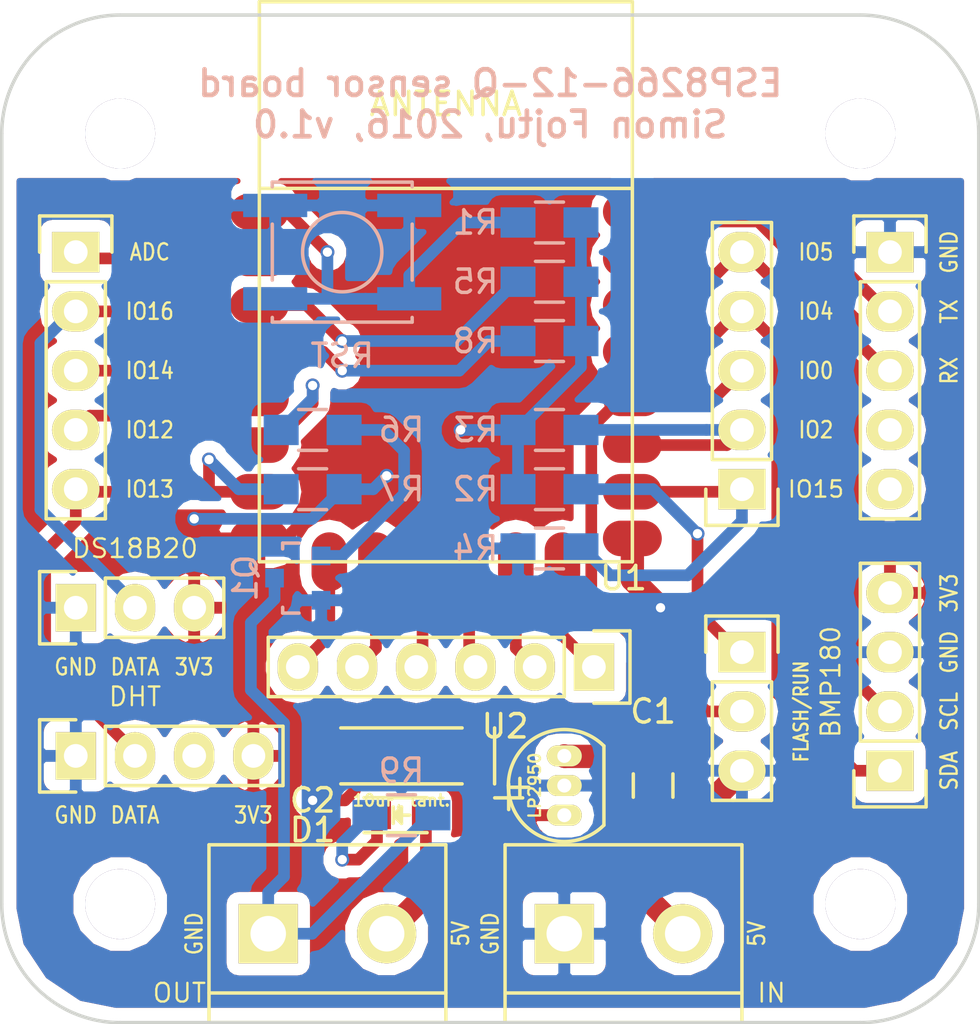
<source format=kicad_pcb>
(kicad_pcb (version 4) (host pcbnew 4.0.1-stable)

  (general
    (links 65)
    (no_connects 0)
    (area 123.114999 71.044999 165.175001 114.375001)
    (thickness 1.6)
    (drawings 41)
    (tracks 203)
    (zones 0)
    (modules 30)
    (nets 28)
  )

  (page A4)
  (layers
    (0 F.Cu signal)
    (31 B.Cu signal)
    (32 B.Adhes user)
    (33 F.Adhes user)
    (34 B.Paste user)
    (35 F.Paste user)
    (36 B.SilkS user)
    (37 F.SilkS user)
    (38 B.Mask user)
    (39 F.Mask user)
    (40 Dwgs.User user)
    (41 Cmts.User user)
    (42 Eco1.User user)
    (43 Eco2.User user)
    (44 Edge.Cuts user)
    (45 Margin user)
    (46 B.CrtYd user)
    (47 F.CrtYd user)
    (48 B.Fab user)
    (49 F.Fab user)
  )

  (setup
    (last_trace_width 0.5)
    (user_trace_width 0.2)
    (user_trace_width 0.25)
    (user_trace_width 0.5)
    (user_trace_width 1)
    (trace_clearance 0.2)
    (zone_clearance 0.508)
    (zone_45_only no)
    (trace_min 0.2)
    (segment_width 0.2)
    (edge_width 0.15)
    (via_size 0.6)
    (via_drill 0.4)
    (via_min_size 0.4)
    (via_min_drill 0.3)
    (uvia_size 0.3)
    (uvia_drill 0.1)
    (uvias_allowed no)
    (uvia_min_size 0.2)
    (uvia_min_drill 0.1)
    (pcb_text_width 0.3)
    (pcb_text_size 1.5 1.5)
    (mod_edge_width 0.15)
    (mod_text_size 1 1)
    (mod_text_width 0.15)
    (pad_size 1.524 1.524)
    (pad_drill 0.762)
    (pad_to_mask_clearance 0.2)
    (aux_axis_origin 0 0)
    (visible_elements FFFFFF7F)
    (pcbplotparams
      (layerselection 0x010f0_80000001)
      (usegerberextensions true)
      (excludeedgelayer true)
      (linewidth 0.100000)
      (plotframeref false)
      (viasonmask false)
      (mode 1)
      (useauxorigin false)
      (hpglpennumber 1)
      (hpglpenspeed 20)
      (hpglpendiameter 15)
      (hpglpenoverlay 2)
      (psnegative false)
      (psa4output false)
      (plotreference true)
      (plotvalue true)
      (plotinvisibletext false)
      (padsonsilk false)
      (subtractmaskfromsilk false)
      (outputformat 1)
      (mirror false)
      (drillshape 0)
      (scaleselection 1)
      (outputdirectory gerber/))
  )

  (net 0 "")
  (net 1 +5V)
  (net 2 GND)
  (net 3 +3V3)
  (net 4 "Net-(D1-Pad1)")
  (net 5 /ADC)
  (net 6 /DS18B20_DATA)
  (net 7 /CTRL_OUT)
  (net 8 /DHT11_DATA)
  (net 9 "Net-(P2-Pad1)")
  (net 10 /GPIO0)
  (net 11 /GPIO15)
  (net 12 /GPIO2)
  (net 13 /BMP_SDA)
  (net 14 /BMP_SCL)
  (net 15 /TX)
  (net 16 /RX)
  (net 17 "Net-(P10-Pad1)")
  (net 18 "Net-(P10-Pad2)")
  (net 19 "Net-(P10-Pad3)")
  (net 20 "Net-(P10-Pad4)")
  (net 21 "Net-(P10-Pad5)")
  (net 22 "Net-(P10-Pad6)")
  (net 23 "Net-(Q1-Pad1)")
  (net 24 /RST)
  (net 25 /EN)
  (net 26 /GPIO14)
  (net 27 "Net-(P8-Pad1)")

  (net_class Default "This is the default net class."
    (clearance 0.2)
    (trace_width 0.25)
    (via_dia 0.6)
    (via_drill 0.4)
    (uvia_dia 0.3)
    (uvia_drill 0.1)
    (add_net +3V3)
    (add_net +5V)
    (add_net /ADC)
    (add_net /BMP_SCL)
    (add_net /BMP_SDA)
    (add_net /CTRL_OUT)
    (add_net /DHT11_DATA)
    (add_net /DS18B20_DATA)
    (add_net /EN)
    (add_net /GPIO0)
    (add_net /GPIO14)
    (add_net /GPIO15)
    (add_net /GPIO2)
    (add_net /RST)
    (add_net /RX)
    (add_net /TX)
    (add_net GND)
    (add_net "Net-(D1-Pad1)")
    (add_net "Net-(P10-Pad1)")
    (add_net "Net-(P10-Pad2)")
    (add_net "Net-(P10-Pad3)")
    (add_net "Net-(P10-Pad4)")
    (add_net "Net-(P10-Pad5)")
    (add_net "Net-(P10-Pad6)")
    (add_net "Net-(P2-Pad1)")
    (add_net "Net-(P8-Pad1)")
    (add_net "Net-(Q1-Pad1)")
  )

  (module Capacitors_SMD:C_0805_HandSoldering (layer F.Cu) (tedit 5686F2C7) (tstamp 56858901)
    (at 151.13 104.14 270)
    (descr "Capacitor SMD 0805, hand soldering")
    (tags "capacitor 0805")
    (path /56853907)
    (attr smd)
    (fp_text reference C1 (at -3.175 0 360) (layer F.SilkS)
      (effects (font (size 1 1) (thickness 0.15)))
    )
    (fp_text value "1uF, cer." (at 0 1.27 270) (layer F.Fab)
      (effects (font (size 0.5 0.5) (thickness 0.1)))
    )
    (fp_line (start -2.3 -1) (end 2.3 -1) (layer F.CrtYd) (width 0.05))
    (fp_line (start -2.3 1) (end 2.3 1) (layer F.CrtYd) (width 0.05))
    (fp_line (start -2.3 -1) (end -2.3 1) (layer F.CrtYd) (width 0.05))
    (fp_line (start 2.3 -1) (end 2.3 1) (layer F.CrtYd) (width 0.05))
    (fp_line (start 0.5 -0.85) (end -0.5 -0.85) (layer F.SilkS) (width 0.15))
    (fp_line (start -0.5 0.85) (end 0.5 0.85) (layer F.SilkS) (width 0.15))
    (pad 1 smd rect (at -1.25 0 270) (size 1.5 1.25) (layers F.Cu F.Paste F.Mask)
      (net 1 +5V))
    (pad 2 smd rect (at 1.25 0 270) (size 1.5 1.25) (layers F.Cu F.Paste F.Mask)
      (net 2 GND))
    (model Capacitors_SMD.3dshapes/C_0805_HandSoldering.wrl
      (at (xyz 0 0 0))
      (scale (xyz 1 1 1))
      (rotate (xyz 0 0 0))
    )
  )

  (module Capacitors_Tantalum_SMD:TantalC_SizeA_EIA-3216_HandSoldering (layer F.Cu) (tedit 568682D3) (tstamp 56858907)
    (at 140.335 102.87 180)
    (descr "Tantal Cap. , Size A, EIA-3216, Hand Soldering,")
    (tags "Tantal Cap. , Size A, EIA-3216, Hand Soldering,")
    (path /5685374E)
    (attr smd)
    (fp_text reference C2 (at 3.81 -1.905 180) (layer F.SilkS)
      (effects (font (size 1 1) (thickness 0.15)))
    )
    (fp_text value "10uF, tant." (at 0 -1.905 180) (layer F.SilkS)
      (effects (font (size 0.5 0.5) (thickness 0.1)))
    )
    (fp_text user + (at -5.08 -1.27 180) (layer F.SilkS)
      (effects (font (size 1 1) (thickness 0.15)))
    )
    (fp_line (start -2.60096 1.19888) (end 2.60096 1.19888) (layer F.SilkS) (width 0.15))
    (fp_line (start 2.60096 -1.19888) (end -2.60096 -1.19888) (layer F.SilkS) (width 0.15))
    (fp_line (start -4.59994 -2.2987) (end -4.59994 -1.19888) (layer F.SilkS) (width 0.15))
    (fp_line (start -5.19938 -1.79832) (end -4.0005 -1.79832) (layer F.SilkS) (width 0.15))
    (fp_line (start -3.99542 -1.19888) (end -3.99542 1.19888) (layer F.SilkS) (width 0.15))
    (pad 2 smd rect (at 1.99898 0 180) (size 2.99974 1.50114) (layers F.Cu F.Paste F.Mask)
      (net 2 GND))
    (pad 1 smd rect (at -1.99898 0 180) (size 2.99974 1.50114) (layers F.Cu F.Paste F.Mask)
      (net 3 +3V3))
    (model Capacitors_Tantalum_SMD.3dshapes/TantalC_SizeA_EIA-3216_HandSoldering.wrl
      (at (xyz 0 0 0))
      (scale (xyz 1 1 1))
      (rotate (xyz 0 0 180))
    )
  )

  (module LEDs:LED-0805 (layer F.Cu) (tedit 568682CD) (tstamp 5685890D)
    (at 140.335 105.41)
    (descr "LED 0805 smd package")
    (tags "LED 0805 SMD")
    (path /56856DEA)
    (attr smd)
    (fp_text reference D1 (at -3.81 0.635) (layer F.SilkS)
      (effects (font (size 1 1) (thickness 0.15)))
    )
    (fp_text value LED (at 0 1.75) (layer F.Fab) hide
      (effects (font (size 1 1) (thickness 0.15)))
    )
    (fp_line (start -1.6 0.75) (end 1.1 0.75) (layer F.SilkS) (width 0.15))
    (fp_line (start -1.6 -0.75) (end 1.1 -0.75) (layer F.SilkS) (width 0.15))
    (fp_line (start -0.1 0.15) (end -0.1 -0.1) (layer F.SilkS) (width 0.15))
    (fp_line (start -0.1 -0.1) (end -0.25 0.05) (layer F.SilkS) (width 0.15))
    (fp_line (start -0.35 -0.35) (end -0.35 0.35) (layer F.SilkS) (width 0.15))
    (fp_line (start 0 0) (end 0.35 0) (layer F.SilkS) (width 0.15))
    (fp_line (start -0.35 0) (end 0 -0.35) (layer F.SilkS) (width 0.15))
    (fp_line (start 0 -0.35) (end 0 0.35) (layer F.SilkS) (width 0.15))
    (fp_line (start 0 0.35) (end -0.35 0) (layer F.SilkS) (width 0.15))
    (fp_line (start 1.9 -0.95) (end 1.9 0.95) (layer F.CrtYd) (width 0.05))
    (fp_line (start 1.9 0.95) (end -1.9 0.95) (layer F.CrtYd) (width 0.05))
    (fp_line (start -1.9 0.95) (end -1.9 -0.95) (layer F.CrtYd) (width 0.05))
    (fp_line (start -1.9 -0.95) (end 1.9 -0.95) (layer F.CrtYd) (width 0.05))
    (pad 2 smd rect (at 1.04902 0 180) (size 1.19888 1.19888) (layers F.Cu F.Paste F.Mask)
      (net 1 +5V))
    (pad 1 smd rect (at -1.04902 0 180) (size 1.19888 1.19888) (layers F.Cu F.Paste F.Mask)
      (net 4 "Net-(D1-Pad1)"))
    (model LEDs.3dshapes/LED-0805.wrl
      (at (xyz 0 0 0))
      (scale (xyz 1 1 1))
      (rotate (xyz 0 0 0))
    )
  )

  (module Pin_Headers:Pin_Header_Straight_1x05 (layer F.Cu) (tedit 5685ABC0) (tstamp 56858916)
    (at 126.365 81.28)
    (descr "Through hole pin header")
    (tags "pin header")
    (path /568583A4)
    (fp_text reference P1 (at 0 -5.1) (layer F.SilkS) hide
      (effects (font (size 1 1) (thickness 0.15)))
    )
    (fp_text value CONN_01X05 (at 0 -3.1) (layer F.Fab) hide
      (effects (font (size 1 1) (thickness 0.15)))
    )
    (fp_line (start -1.55 0) (end -1.55 -1.55) (layer F.SilkS) (width 0.15))
    (fp_line (start -1.55 -1.55) (end 1.55 -1.55) (layer F.SilkS) (width 0.15))
    (fp_line (start 1.55 -1.55) (end 1.55 0) (layer F.SilkS) (width 0.15))
    (fp_line (start -1.75 -1.75) (end -1.75 11.95) (layer F.CrtYd) (width 0.05))
    (fp_line (start 1.75 -1.75) (end 1.75 11.95) (layer F.CrtYd) (width 0.05))
    (fp_line (start -1.75 -1.75) (end 1.75 -1.75) (layer F.CrtYd) (width 0.05))
    (fp_line (start -1.75 11.95) (end 1.75 11.95) (layer F.CrtYd) (width 0.05))
    (fp_line (start 1.27 1.27) (end 1.27 11.43) (layer F.SilkS) (width 0.15))
    (fp_line (start 1.27 11.43) (end -1.27 11.43) (layer F.SilkS) (width 0.15))
    (fp_line (start -1.27 11.43) (end -1.27 1.27) (layer F.SilkS) (width 0.15))
    (fp_line (start 1.27 1.27) (end -1.27 1.27) (layer F.SilkS) (width 0.15))
    (pad 1 thru_hole rect (at 0 0) (size 2.032 1.7272) (drill 1.016) (layers *.Cu *.Mask F.SilkS)
      (net 5 /ADC))
    (pad 2 thru_hole oval (at 0 2.54) (size 2.032 1.7272) (drill 1.016) (layers *.Cu *.Mask F.SilkS)
      (net 6 /DS18B20_DATA))
    (pad 3 thru_hole oval (at 0 5.08) (size 2.032 1.7272) (drill 1.016) (layers *.Cu *.Mask F.SilkS)
      (net 26 /GPIO14))
    (pad 4 thru_hole oval (at 0 7.62) (size 2.032 1.7272) (drill 1.016) (layers *.Cu *.Mask F.SilkS)
      (net 7 /CTRL_OUT))
    (pad 5 thru_hole oval (at 0 10.16) (size 2.032 1.7272) (drill 1.016) (layers *.Cu *.Mask F.SilkS)
      (net 8 /DHT11_DATA))
    (model Pin_Headers.3dshapes/Pin_Header_Straight_1x05.wrl
      (at (xyz 0 -0.2 0))
      (scale (xyz 1 1 1))
      (rotate (xyz 0 0 90))
    )
  )

  (module Pin_Headers:Pin_Header_Straight_1x03 (layer F.Cu) (tedit 56868277) (tstamp 5685891D)
    (at 154.94 98.425)
    (descr "Through hole pin header")
    (tags "pin header")
    (path /56844F11)
    (fp_text reference P2 (at 0 -5.1) (layer F.SilkS) hide
      (effects (font (size 1 1) (thickness 0.15)))
    )
    (fp_text value FLASH/RUN (at 2.54 2.54 90) (layer F.SilkS)
      (effects (font (size 0.6 0.5) (thickness 0.1)))
    )
    (fp_line (start -1.75 -1.75) (end -1.75 6.85) (layer F.CrtYd) (width 0.05))
    (fp_line (start 1.75 -1.75) (end 1.75 6.85) (layer F.CrtYd) (width 0.05))
    (fp_line (start -1.75 -1.75) (end 1.75 -1.75) (layer F.CrtYd) (width 0.05))
    (fp_line (start -1.75 6.85) (end 1.75 6.85) (layer F.CrtYd) (width 0.05))
    (fp_line (start -1.27 1.27) (end -1.27 6.35) (layer F.SilkS) (width 0.15))
    (fp_line (start -1.27 6.35) (end 1.27 6.35) (layer F.SilkS) (width 0.15))
    (fp_line (start 1.27 6.35) (end 1.27 1.27) (layer F.SilkS) (width 0.15))
    (fp_line (start 1.55 -1.55) (end 1.55 0) (layer F.SilkS) (width 0.15))
    (fp_line (start 1.27 1.27) (end -1.27 1.27) (layer F.SilkS) (width 0.15))
    (fp_line (start -1.55 0) (end -1.55 -1.55) (layer F.SilkS) (width 0.15))
    (fp_line (start -1.55 -1.55) (end 1.55 -1.55) (layer F.SilkS) (width 0.15))
    (pad 1 thru_hole rect (at 0 0) (size 2.032 1.7272) (drill 1.016) (layers *.Cu *.Mask F.SilkS)
      (net 9 "Net-(P2-Pad1)"))
    (pad 2 thru_hole oval (at 0 2.54) (size 2.032 1.7272) (drill 1.016) (layers *.Cu *.Mask F.SilkS)
      (net 10 /GPIO0))
    (pad 3 thru_hole oval (at 0 5.08) (size 2.032 1.7272) (drill 1.016) (layers *.Cu *.Mask F.SilkS)
      (net 2 GND))
    (model Pin_Headers.3dshapes/Pin_Header_Straight_1x03.wrl
      (at (xyz 0 -0.1 0))
      (scale (xyz 1 1 1))
      (rotate (xyz 0 0 90))
    )
  )

  (module Pin_Headers:Pin_Header_Straight_1x05 (layer F.Cu) (tedit 5686802B) (tstamp 56858926)
    (at 154.94 91.44 180)
    (descr "Through hole pin header")
    (tags "pin header")
    (path /56857F54)
    (fp_text reference P3 (at 0 -5.1 180) (layer F.SilkS) hide
      (effects (font (size 1 1) (thickness 0.15)))
    )
    (fp_text value CONN_01X05 (at 0 -3.1 180) (layer F.Fab) hide
      (effects (font (size 1 1) (thickness 0.15)))
    )
    (fp_line (start -1.55 0) (end -1.55 -1.55) (layer F.SilkS) (width 0.15))
    (fp_line (start -1.55 -1.55) (end 1.55 -1.55) (layer F.SilkS) (width 0.15))
    (fp_line (start 1.55 -1.55) (end 1.55 0) (layer F.SilkS) (width 0.15))
    (fp_line (start -1.75 -1.75) (end -1.75 11.95) (layer F.CrtYd) (width 0.05))
    (fp_line (start 1.75 -1.75) (end 1.75 11.95) (layer F.CrtYd) (width 0.05))
    (fp_line (start -1.75 -1.75) (end 1.75 -1.75) (layer F.CrtYd) (width 0.05))
    (fp_line (start -1.75 11.95) (end 1.75 11.95) (layer F.CrtYd) (width 0.05))
    (fp_line (start 1.27 1.27) (end 1.27 11.43) (layer F.SilkS) (width 0.15))
    (fp_line (start 1.27 11.43) (end -1.27 11.43) (layer F.SilkS) (width 0.15))
    (fp_line (start -1.27 11.43) (end -1.27 1.27) (layer F.SilkS) (width 0.15))
    (fp_line (start 1.27 1.27) (end -1.27 1.27) (layer F.SilkS) (width 0.15))
    (pad 1 thru_hole rect (at 0 0 180) (size 2.032 1.7272) (drill 1.016) (layers *.Cu *.Mask F.SilkS)
      (net 11 /GPIO15))
    (pad 2 thru_hole oval (at 0 2.54 180) (size 2.032 1.7272) (drill 1.016) (layers *.Cu *.Mask F.SilkS)
      (net 12 /GPIO2))
    (pad 3 thru_hole oval (at 0 5.08 180) (size 2.032 1.7272) (drill 1.016) (layers *.Cu *.Mask F.SilkS)
      (net 10 /GPIO0))
    (pad 4 thru_hole oval (at 0 7.62 180) (size 2.032 1.7272) (drill 1.016) (layers *.Cu *.Mask F.SilkS)
      (net 13 /BMP_SDA))
    (pad 5 thru_hole oval (at 0 10.16 180) (size 2.032 1.7272) (drill 1.016) (layers *.Cu *.Mask F.SilkS)
      (net 14 /BMP_SCL))
    (model Pin_Headers.3dshapes/Pin_Header_Straight_1x05.wrl
      (at (xyz 0 -0.2 0))
      (scale (xyz 1 1 1))
      (rotate (xyz 0 0 90))
    )
  )

  (module Pin_Headers:Pin_Header_Straight_1x05 (layer F.Cu) (tedit 56867EB3) (tstamp 5685892F)
    (at 161.29 81.28)
    (descr "Through hole pin header")
    (tags "pin header")
    (path /56844C48)
    (fp_text reference P4 (at 0 -5.1) (layer F.SilkS) hide
      (effects (font (size 1 1) (thickness 0.15)))
    )
    (fp_text value SERIAL (at 0 -3.1) (layer F.Fab) hide
      (effects (font (size 1 1) (thickness 0.15)))
    )
    (fp_line (start -1.55 0) (end -1.55 -1.55) (layer F.SilkS) (width 0.15))
    (fp_line (start -1.55 -1.55) (end 1.55 -1.55) (layer F.SilkS) (width 0.15))
    (fp_line (start 1.55 -1.55) (end 1.55 0) (layer F.SilkS) (width 0.15))
    (fp_line (start -1.75 -1.75) (end -1.75 11.95) (layer F.CrtYd) (width 0.05))
    (fp_line (start 1.75 -1.75) (end 1.75 11.95) (layer F.CrtYd) (width 0.05))
    (fp_line (start -1.75 -1.75) (end 1.75 -1.75) (layer F.CrtYd) (width 0.05))
    (fp_line (start -1.75 11.95) (end 1.75 11.95) (layer F.CrtYd) (width 0.05))
    (fp_line (start 1.27 1.27) (end 1.27 11.43) (layer F.SilkS) (width 0.15))
    (fp_line (start 1.27 11.43) (end -1.27 11.43) (layer F.SilkS) (width 0.15))
    (fp_line (start -1.27 11.43) (end -1.27 1.27) (layer F.SilkS) (width 0.15))
    (fp_line (start 1.27 1.27) (end -1.27 1.27) (layer F.SilkS) (width 0.15))
    (pad 1 thru_hole rect (at 0 0) (size 2.032 1.7272) (drill 1.016) (layers *.Cu *.Mask F.SilkS)
      (net 2 GND))
    (pad 2 thru_hole oval (at 0 2.54) (size 2.032 1.7272) (drill 1.016) (layers *.Cu *.Mask F.SilkS)
      (net 15 /TX))
    (pad 3 thru_hole oval (at 0 5.08) (size 2.032 1.7272) (drill 1.016) (layers *.Cu *.Mask F.SilkS)
      (net 16 /RX))
    (pad 4 thru_hole oval (at 0 7.62) (size 2.032 1.7272) (drill 1.016) (layers *.Cu *.Mask F.SilkS))
    (pad 5 thru_hole oval (at 0 10.16) (size 2.032 1.7272) (drill 1.016) (layers *.Cu *.Mask F.SilkS))
    (model Pin_Headers.3dshapes/Pin_Header_Straight_1x05.wrl
      (at (xyz 0 -0.2 0))
      (scale (xyz 1 1 1))
      (rotate (xyz 0 0 90))
    )
  )

  (module Pin_Headers:Pin_Header_Straight_1x03 (layer F.Cu) (tedit 5685AC26) (tstamp 5685893C)
    (at 126.365 96.52 90)
    (descr "Through hole pin header")
    (tags "pin header")
    (path /5685255D)
    (fp_text reference P6 (at 0 -2.54 90) (layer F.SilkS) hide
      (effects (font (size 1 1) (thickness 0.15)))
    )
    (fp_text value DS18B20 (at 0 -3.1 90) (layer F.Fab) hide
      (effects (font (size 1 1) (thickness 0.15)))
    )
    (fp_line (start -1.75 -1.75) (end -1.75 6.85) (layer F.CrtYd) (width 0.05))
    (fp_line (start 1.75 -1.75) (end 1.75 6.85) (layer F.CrtYd) (width 0.05))
    (fp_line (start -1.75 -1.75) (end 1.75 -1.75) (layer F.CrtYd) (width 0.05))
    (fp_line (start -1.75 6.85) (end 1.75 6.85) (layer F.CrtYd) (width 0.05))
    (fp_line (start -1.27 1.27) (end -1.27 6.35) (layer F.SilkS) (width 0.15))
    (fp_line (start -1.27 6.35) (end 1.27 6.35) (layer F.SilkS) (width 0.15))
    (fp_line (start 1.27 6.35) (end 1.27 1.27) (layer F.SilkS) (width 0.15))
    (fp_line (start 1.55 -1.55) (end 1.55 0) (layer F.SilkS) (width 0.15))
    (fp_line (start 1.27 1.27) (end -1.27 1.27) (layer F.SilkS) (width 0.15))
    (fp_line (start -1.55 0) (end -1.55 -1.55) (layer F.SilkS) (width 0.15))
    (fp_line (start -1.55 -1.55) (end 1.55 -1.55) (layer F.SilkS) (width 0.15))
    (pad 1 thru_hole rect (at 0 0 90) (size 2.032 1.7272) (drill 1.016) (layers *.Cu *.Mask F.SilkS)
      (net 2 GND))
    (pad 2 thru_hole oval (at 0 2.54 90) (size 2.032 1.7272) (drill 1.016) (layers *.Cu *.Mask F.SilkS)
      (net 6 /DS18B20_DATA))
    (pad 3 thru_hole oval (at 0 5.08 90) (size 2.032 1.7272) (drill 1.016) (layers *.Cu *.Mask F.SilkS)
      (net 3 +3V3))
    (model Pin_Headers.3dshapes/Pin_Header_Straight_1x03.wrl
      (at (xyz 0 -0.1 0))
      (scale (xyz 1 1 1))
      (rotate (xyz 0 0 90))
    )
  )

  (module Pin_Headers:Pin_Header_Straight_1x04 (layer F.Cu) (tedit 5686E280) (tstamp 56858944)
    (at 161.29 103.505 180)
    (descr "Through hole pin header")
    (tags "pin header")
    (path /568541A6)
    (fp_text reference P7 (at 0 -5.1 180) (layer F.SilkS) hide
      (effects (font (size 1 1) (thickness 0.15)))
    )
    (fp_text value BMP180 (at 0 -3.1 180) (layer F.Fab) hide
      (effects (font (size 1 1) (thickness 0.15)))
    )
    (fp_line (start -1.75 -1.75) (end -1.75 9.4) (layer F.CrtYd) (width 0.05))
    (fp_line (start 1.75 -1.75) (end 1.75 9.4) (layer F.CrtYd) (width 0.05))
    (fp_line (start -1.75 -1.75) (end 1.75 -1.75) (layer F.CrtYd) (width 0.05))
    (fp_line (start -1.75 9.4) (end 1.75 9.4) (layer F.CrtYd) (width 0.05))
    (fp_line (start -1.27 1.27) (end -1.27 8.89) (layer F.SilkS) (width 0.15))
    (fp_line (start 1.27 1.27) (end 1.27 8.89) (layer F.SilkS) (width 0.15))
    (fp_line (start 1.55 -1.55) (end 1.55 0) (layer F.SilkS) (width 0.15))
    (fp_line (start -1.27 8.89) (end 1.27 8.89) (layer F.SilkS) (width 0.15))
    (fp_line (start 1.27 1.27) (end -1.27 1.27) (layer F.SilkS) (width 0.15))
    (fp_line (start -1.55 0) (end -1.55 -1.55) (layer F.SilkS) (width 0.15))
    (fp_line (start -1.55 -1.55) (end 1.55 -1.55) (layer F.SilkS) (width 0.15))
    (pad 1 thru_hole rect (at 0 0 180) (size 2.032 1.7272) (drill 1.016) (layers *.Cu *.Mask F.SilkS)
      (net 13 /BMP_SDA))
    (pad 2 thru_hole oval (at 0 2.54 180) (size 2.032 1.7272) (drill 1.016) (layers *.Cu *.Mask F.SilkS)
      (net 14 /BMP_SCL))
    (pad 3 thru_hole oval (at 0 5.08 180) (size 2.032 1.7272) (drill 1.016) (layers *.Cu *.Mask F.SilkS)
      (net 2 GND))
    (pad 4 thru_hole oval (at 0 7.62 180) (size 2.032 1.7272) (drill 1.016) (layers *.Cu *.Mask F.SilkS)
      (net 3 +3V3))
    (model Pin_Headers.3dshapes/Pin_Header_Straight_1x04.wrl
      (at (xyz 0 -0.15 0))
      (scale (xyz 1 1 1))
      (rotate (xyz 0 0 90))
    )
  )

  (module Pin_Headers:Pin_Header_Straight_1x04 (layer F.Cu) (tedit 5685AC28) (tstamp 56858952)
    (at 126.365 102.87 90)
    (descr "Through hole pin header")
    (tags "pin header")
    (path /568551AC)
    (fp_text reference P9 (at 0 -2.54 90) (layer F.SilkS) hide
      (effects (font (size 1 1) (thickness 0.15)))
    )
    (fp_text value CONN_01X04 (at 0 -3.1 90) (layer F.Fab) hide
      (effects (font (size 1 1) (thickness 0.15)))
    )
    (fp_line (start -1.75 -1.75) (end -1.75 9.4) (layer F.CrtYd) (width 0.05))
    (fp_line (start 1.75 -1.75) (end 1.75 9.4) (layer F.CrtYd) (width 0.05))
    (fp_line (start -1.75 -1.75) (end 1.75 -1.75) (layer F.CrtYd) (width 0.05))
    (fp_line (start -1.75 9.4) (end 1.75 9.4) (layer F.CrtYd) (width 0.05))
    (fp_line (start -1.27 1.27) (end -1.27 8.89) (layer F.SilkS) (width 0.15))
    (fp_line (start 1.27 1.27) (end 1.27 8.89) (layer F.SilkS) (width 0.15))
    (fp_line (start 1.55 -1.55) (end 1.55 0) (layer F.SilkS) (width 0.15))
    (fp_line (start -1.27 8.89) (end 1.27 8.89) (layer F.SilkS) (width 0.15))
    (fp_line (start 1.27 1.27) (end -1.27 1.27) (layer F.SilkS) (width 0.15))
    (fp_line (start -1.55 0) (end -1.55 -1.55) (layer F.SilkS) (width 0.15))
    (fp_line (start -1.55 -1.55) (end 1.55 -1.55) (layer F.SilkS) (width 0.15))
    (pad 1 thru_hole rect (at 0 0 90) (size 2.032 1.7272) (drill 1.016) (layers *.Cu *.Mask F.SilkS)
      (net 2 GND))
    (pad 2 thru_hole oval (at 0 2.54 90) (size 2.032 1.7272) (drill 1.016) (layers *.Cu *.Mask F.SilkS)
      (net 8 /DHT11_DATA))
    (pad 3 thru_hole oval (at 0 5.08 90) (size 2.032 1.7272) (drill 1.016) (layers *.Cu *.Mask F.SilkS))
    (pad 4 thru_hole oval (at 0 7.62 90) (size 2.032 1.7272) (drill 1.016) (layers *.Cu *.Mask F.SilkS)
      (net 3 +3V3))
    (model Pin_Headers.3dshapes/Pin_Header_Straight_1x04.wrl
      (at (xyz 0 -0.15 0))
      (scale (xyz 1 1 1))
      (rotate (xyz 0 0 90))
    )
  )

  (module Pin_Headers:Pin_Header_Straight_1x06 (layer F.Cu) (tedit 56868028) (tstamp 5685895C)
    (at 148.59 99.06 270)
    (descr "Through hole pin header")
    (tags "pin header")
    (path /56859205)
    (fp_text reference P10 (at 0 -5.1 270) (layer F.SilkS) hide
      (effects (font (size 1 1) (thickness 0.15)))
    )
    (fp_text value CONN_01X06 (at 0 -3.1 270) (layer F.Fab) hide
      (effects (font (size 1 1) (thickness 0.15)))
    )
    (fp_line (start -1.75 -1.75) (end -1.75 14.45) (layer F.CrtYd) (width 0.05))
    (fp_line (start 1.75 -1.75) (end 1.75 14.45) (layer F.CrtYd) (width 0.05))
    (fp_line (start -1.75 -1.75) (end 1.75 -1.75) (layer F.CrtYd) (width 0.05))
    (fp_line (start -1.75 14.45) (end 1.75 14.45) (layer F.CrtYd) (width 0.05))
    (fp_line (start 1.27 1.27) (end 1.27 13.97) (layer F.SilkS) (width 0.15))
    (fp_line (start 1.27 13.97) (end -1.27 13.97) (layer F.SilkS) (width 0.15))
    (fp_line (start -1.27 13.97) (end -1.27 1.27) (layer F.SilkS) (width 0.15))
    (fp_line (start 1.55 -1.55) (end 1.55 0) (layer F.SilkS) (width 0.15))
    (fp_line (start 1.27 1.27) (end -1.27 1.27) (layer F.SilkS) (width 0.15))
    (fp_line (start -1.55 0) (end -1.55 -1.55) (layer F.SilkS) (width 0.15))
    (fp_line (start -1.55 -1.55) (end 1.55 -1.55) (layer F.SilkS) (width 0.15))
    (pad 1 thru_hole rect (at 0 0 270) (size 2.032 1.7272) (drill 1.016) (layers *.Cu *.Mask F.SilkS)
      (net 17 "Net-(P10-Pad1)"))
    (pad 2 thru_hole oval (at 0 2.54 270) (size 2.032 1.7272) (drill 1.016) (layers *.Cu *.Mask F.SilkS)
      (net 18 "Net-(P10-Pad2)"))
    (pad 3 thru_hole oval (at 0 5.08 270) (size 2.032 1.7272) (drill 1.016) (layers *.Cu *.Mask F.SilkS)
      (net 19 "Net-(P10-Pad3)"))
    (pad 4 thru_hole oval (at 0 7.62 270) (size 2.032 1.7272) (drill 1.016) (layers *.Cu *.Mask F.SilkS)
      (net 20 "Net-(P10-Pad4)"))
    (pad 5 thru_hole oval (at 0 10.16 270) (size 2.032 1.7272) (drill 1.016) (layers *.Cu *.Mask F.SilkS)
      (net 21 "Net-(P10-Pad5)"))
    (pad 6 thru_hole oval (at 0 12.7 270) (size 2.032 1.7272) (drill 1.016) (layers *.Cu *.Mask F.SilkS)
      (net 22 "Net-(P10-Pad6)"))
    (model Pin_Headers.3dshapes/Pin_Header_Straight_1x06.wrl
      (at (xyz 0 -0.25 0))
      (scale (xyz 1 1 1))
      (rotate (xyz 0 0 90))
    )
  )

  (module TO_SOT_Packages_SMD:SOT-23 (layer B.Cu) (tedit 553634F8) (tstamp 56858963)
    (at 135.89 95.25 270)
    (descr "SOT-23, Standard")
    (tags SOT-23)
    (path /56852ACC)
    (attr smd)
    (fp_text reference Q1 (at 0 2.25 270) (layer B.SilkS)
      (effects (font (size 1 1) (thickness 0.15)) (justify mirror))
    )
    (fp_text value BC847 (at 0 -2.3 270) (layer B.Fab)
      (effects (font (size 1 1) (thickness 0.15)) (justify mirror))
    )
    (fp_line (start -1.65 1.6) (end 1.65 1.6) (layer B.CrtYd) (width 0.05))
    (fp_line (start 1.65 1.6) (end 1.65 -1.6) (layer B.CrtYd) (width 0.05))
    (fp_line (start 1.65 -1.6) (end -1.65 -1.6) (layer B.CrtYd) (width 0.05))
    (fp_line (start -1.65 -1.6) (end -1.65 1.6) (layer B.CrtYd) (width 0.05))
    (fp_line (start 1.29916 0.65024) (end 1.2509 0.65024) (layer B.SilkS) (width 0.15))
    (fp_line (start -1.49982 -0.0508) (end -1.49982 0.65024) (layer B.SilkS) (width 0.15))
    (fp_line (start -1.49982 0.65024) (end -1.2509 0.65024) (layer B.SilkS) (width 0.15))
    (fp_line (start 1.29916 0.65024) (end 1.49982 0.65024) (layer B.SilkS) (width 0.15))
    (fp_line (start 1.49982 0.65024) (end 1.49982 -0.0508) (layer B.SilkS) (width 0.15))
    (pad 1 smd rect (at -0.95 -1.00076 270) (size 0.8001 0.8001) (layers B.Cu B.Paste B.Mask)
      (net 23 "Net-(Q1-Pad1)"))
    (pad 2 smd rect (at 0.95 -1.00076 270) (size 0.8001 0.8001) (layers B.Cu B.Paste B.Mask)
      (net 2 GND))
    (pad 3 smd rect (at 0 0.99822 270) (size 0.8001 0.8001) (layers B.Cu B.Paste B.Mask)
      (net 27 "Net-(P8-Pad1)"))
    (model TO_SOT_Packages_SMD.3dshapes/SOT-23.wrl
      (at (xyz 0 0 0))
      (scale (xyz 1 1 1))
      (rotate (xyz 0 0 0))
    )
  )

  (module Resistors_SMD:R_0805_HandSoldering (layer B.Cu) (tedit 56868093) (tstamp 56858969)
    (at 146.685 80.01 180)
    (descr "Resistor SMD 0805, hand soldering")
    (tags "resistor 0805")
    (path /568451A8)
    (attr smd)
    (fp_text reference R1 (at 3.175 0 180) (layer B.SilkS)
      (effects (font (size 1 1) (thickness 0.15)) (justify mirror))
    )
    (fp_text value 10k (at -3.81 0 180) (layer B.Fab)
      (effects (font (size 1 1) (thickness 0.15)) (justify mirror))
    )
    (fp_line (start -2.4 1) (end 2.4 1) (layer B.CrtYd) (width 0.05))
    (fp_line (start -2.4 -1) (end 2.4 -1) (layer B.CrtYd) (width 0.05))
    (fp_line (start -2.4 1) (end -2.4 -1) (layer B.CrtYd) (width 0.05))
    (fp_line (start 2.4 1) (end 2.4 -1) (layer B.CrtYd) (width 0.05))
    (fp_line (start 0.6 -0.875) (end -0.6 -0.875) (layer B.SilkS) (width 0.15))
    (fp_line (start -0.6 0.875) (end 0.6 0.875) (layer B.SilkS) (width 0.15))
    (pad 1 smd rect (at -1.35 0 180) (size 1.5 1.3) (layers B.Cu B.Paste B.Mask)
      (net 3 +3V3))
    (pad 2 smd rect (at 1.35 0 180) (size 1.5 1.3) (layers B.Cu B.Paste B.Mask)
      (net 24 /RST))
    (model Resistors_SMD.3dshapes/R_0805_HandSoldering.wrl
      (at (xyz 0 0 0))
      (scale (xyz 1 1 1))
      (rotate (xyz 0 0 0))
    )
  )

  (module Resistors_SMD:R_0805_HandSoldering (layer B.Cu) (tedit 5686808B) (tstamp 5685896F)
    (at 146.685 91.44)
    (descr "Resistor SMD 0805, hand soldering")
    (tags "resistor 0805")
    (path /568452F4)
    (attr smd)
    (fp_text reference R2 (at -3.175 0) (layer B.SilkS)
      (effects (font (size 1 1) (thickness 0.15)) (justify mirror))
    )
    (fp_text value 10k (at 3.81 0) (layer B.Fab)
      (effects (font (size 1 1) (thickness 0.15)) (justify mirror))
    )
    (fp_line (start -2.4 1) (end 2.4 1) (layer B.CrtYd) (width 0.05))
    (fp_line (start -2.4 -1) (end 2.4 -1) (layer B.CrtYd) (width 0.05))
    (fp_line (start -2.4 1) (end -2.4 -1) (layer B.CrtYd) (width 0.05))
    (fp_line (start 2.4 1) (end 2.4 -1) (layer B.CrtYd) (width 0.05))
    (fp_line (start 0.6 -0.875) (end -0.6 -0.875) (layer B.SilkS) (width 0.15))
    (fp_line (start -0.6 0.875) (end 0.6 0.875) (layer B.SilkS) (width 0.15))
    (pad 1 smd rect (at -1.35 0) (size 1.5 1.3) (layers B.Cu B.Paste B.Mask)
      (net 3 +3V3))
    (pad 2 smd rect (at 1.35 0) (size 1.5 1.3) (layers B.Cu B.Paste B.Mask)
      (net 9 "Net-(P2-Pad1)"))
    (model Resistors_SMD.3dshapes/R_0805_HandSoldering.wrl
      (at (xyz 0 0 0))
      (scale (xyz 1 1 1))
      (rotate (xyz 0 0 0))
    )
  )

  (module Resistors_SMD:R_0805_HandSoldering (layer B.Cu) (tedit 56868089) (tstamp 56858975)
    (at 146.685 88.9 180)
    (descr "Resistor SMD 0805, hand soldering")
    (tags "resistor 0805")
    (path /56844993)
    (attr smd)
    (fp_text reference R3 (at 3.175 0 180) (layer B.SilkS)
      (effects (font (size 1 1) (thickness 0.15)) (justify mirror))
    )
    (fp_text value 0R (at -3.81 0 180) (layer B.Fab)
      (effects (font (size 1 1) (thickness 0.15)) (justify mirror))
    )
    (fp_line (start -2.4 1) (end 2.4 1) (layer B.CrtYd) (width 0.05))
    (fp_line (start -2.4 -1) (end 2.4 -1) (layer B.CrtYd) (width 0.05))
    (fp_line (start -2.4 1) (end -2.4 -1) (layer B.CrtYd) (width 0.05))
    (fp_line (start 2.4 1) (end 2.4 -1) (layer B.CrtYd) (width 0.05))
    (fp_line (start 0.6 -0.875) (end -0.6 -0.875) (layer B.SilkS) (width 0.15))
    (fp_line (start -0.6 0.875) (end 0.6 0.875) (layer B.SilkS) (width 0.15))
    (pad 1 smd rect (at -1.35 0 180) (size 1.5 1.3) (layers B.Cu B.Paste B.Mask)
      (net 12 /GPIO2))
    (pad 2 smd rect (at 1.35 0 180) (size 1.5 1.3) (layers B.Cu B.Paste B.Mask)
      (net 3 +3V3))
    (model Resistors_SMD.3dshapes/R_0805_HandSoldering.wrl
      (at (xyz 0 0 0))
      (scale (xyz 1 1 1))
      (rotate (xyz 0 0 0))
    )
  )

  (module Resistors_SMD:R_0805_HandSoldering (layer B.Cu) (tedit 56868081) (tstamp 5685897B)
    (at 146.685 93.98 180)
    (descr "Resistor SMD 0805, hand soldering")
    (tags "resistor 0805")
    (path /56844881)
    (attr smd)
    (fp_text reference R4 (at 3.175 0 180) (layer B.SilkS)
      (effects (font (size 1 1) (thickness 0.15)) (justify mirror))
    )
    (fp_text value 0R (at -3.175 0 180) (layer B.Fab)
      (effects (font (size 1 1) (thickness 0.15)) (justify mirror))
    )
    (fp_line (start -2.4 1) (end 2.4 1) (layer B.CrtYd) (width 0.05))
    (fp_line (start -2.4 -1) (end 2.4 -1) (layer B.CrtYd) (width 0.05))
    (fp_line (start -2.4 1) (end -2.4 -1) (layer B.CrtYd) (width 0.05))
    (fp_line (start 2.4 1) (end 2.4 -1) (layer B.CrtYd) (width 0.05))
    (fp_line (start 0.6 -0.875) (end -0.6 -0.875) (layer B.SilkS) (width 0.15))
    (fp_line (start -0.6 0.875) (end 0.6 0.875) (layer B.SilkS) (width 0.15))
    (pad 1 smd rect (at -1.35 0 180) (size 1.5 1.3) (layers B.Cu B.Paste B.Mask)
      (net 11 /GPIO15))
    (pad 2 smd rect (at 1.35 0 180) (size 1.5 1.3) (layers B.Cu B.Paste B.Mask)
      (net 2 GND))
    (model Resistors_SMD.3dshapes/R_0805_HandSoldering.wrl
      (at (xyz 0 0 0))
      (scale (xyz 1 1 1))
      (rotate (xyz 0 0 0))
    )
  )

  (module Resistors_SMD:R_0805_HandSoldering (layer B.Cu) (tedit 56868091) (tstamp 56858981)
    (at 146.685 82.55 180)
    (descr "Resistor SMD 0805, hand soldering")
    (tags "resistor 0805")
    (path /568446E4)
    (attr smd)
    (fp_text reference R5 (at 3.175 0 180) (layer B.SilkS)
      (effects (font (size 1 1) (thickness 0.15)) (justify mirror))
    )
    (fp_text value 10k (at -3.81 0 180) (layer B.Fab)
      (effects (font (size 1 1) (thickness 0.15)) (justify mirror))
    )
    (fp_line (start -2.4 1) (end 2.4 1) (layer B.CrtYd) (width 0.05))
    (fp_line (start -2.4 -1) (end 2.4 -1) (layer B.CrtYd) (width 0.05))
    (fp_line (start -2.4 1) (end -2.4 -1) (layer B.CrtYd) (width 0.05))
    (fp_line (start 2.4 1) (end 2.4 -1) (layer B.CrtYd) (width 0.05))
    (fp_line (start 0.6 -0.875) (end -0.6 -0.875) (layer B.SilkS) (width 0.15))
    (fp_line (start -0.6 0.875) (end 0.6 0.875) (layer B.SilkS) (width 0.15))
    (pad 1 smd rect (at -1.35 0 180) (size 1.5 1.3) (layers B.Cu B.Paste B.Mask)
      (net 3 +3V3))
    (pad 2 smd rect (at 1.35 0 180) (size 1.5 1.3) (layers B.Cu B.Paste B.Mask)
      (net 25 /EN))
    (model Resistors_SMD.3dshapes/R_0805_HandSoldering.wrl
      (at (xyz 0 0 0))
      (scale (xyz 1 1 1))
      (rotate (xyz 0 0 0))
    )
  )

  (module Resistors_SMD:R_0805_HandSoldering (layer B.Cu) (tedit 568680A6) (tstamp 56858987)
    (at 136.525 88.9 180)
    (descr "Resistor SMD 0805, hand soldering")
    (tags "resistor 0805")
    (path /56852D6D)
    (attr smd)
    (fp_text reference R6 (at -3.81 0 180) (layer B.SilkS)
      (effects (font (size 1 1) (thickness 0.15)) (justify mirror))
    )
    (fp_text value 1k (at 3.81 0 180) (layer B.Fab)
      (effects (font (size 1 1) (thickness 0.15)) (justify mirror))
    )
    (fp_line (start -2.4 1) (end 2.4 1) (layer B.CrtYd) (width 0.05))
    (fp_line (start -2.4 -1) (end 2.4 -1) (layer B.CrtYd) (width 0.05))
    (fp_line (start -2.4 1) (end -2.4 -1) (layer B.CrtYd) (width 0.05))
    (fp_line (start 2.4 1) (end 2.4 -1) (layer B.CrtYd) (width 0.05))
    (fp_line (start 0.6 -0.875) (end -0.6 -0.875) (layer B.SilkS) (width 0.15))
    (fp_line (start -0.6 0.875) (end 0.6 0.875) (layer B.SilkS) (width 0.15))
    (pad 1 smd rect (at -1.35 0 180) (size 1.5 1.3) (layers B.Cu B.Paste B.Mask)
      (net 23 "Net-(Q1-Pad1)"))
    (pad 2 smd rect (at 1.35 0 180) (size 1.5 1.3) (layers B.Cu B.Paste B.Mask)
      (net 7 /CTRL_OUT))
    (model Resistors_SMD.3dshapes/R_0805_HandSoldering.wrl
      (at (xyz 0 0 0))
      (scale (xyz 1 1 1))
      (rotate (xyz 0 0 0))
    )
  )

  (module Resistors_SMD:R_0805_HandSoldering (layer B.Cu) (tedit 568680AC) (tstamp 5685898D)
    (at 136.525 91.44 180)
    (descr "Resistor SMD 0805, hand soldering")
    (tags "resistor 0805")
    (path /568553D6)
    (attr smd)
    (fp_text reference R7 (at -3.81 0 180) (layer B.SilkS)
      (effects (font (size 1 1) (thickness 0.15)) (justify mirror))
    )
    (fp_text value 4k7 (at 3.81 0 180) (layer B.Fab)
      (effects (font (size 1 1) (thickness 0.15)) (justify mirror))
    )
    (fp_line (start -2.4 1) (end 2.4 1) (layer B.CrtYd) (width 0.05))
    (fp_line (start -2.4 -1) (end 2.4 -1) (layer B.CrtYd) (width 0.05))
    (fp_line (start -2.4 1) (end -2.4 -1) (layer B.CrtYd) (width 0.05))
    (fp_line (start 2.4 1) (end 2.4 -1) (layer B.CrtYd) (width 0.05))
    (fp_line (start 0.6 -0.875) (end -0.6 -0.875) (layer B.SilkS) (width 0.15))
    (fp_line (start -0.6 0.875) (end 0.6 0.875) (layer B.SilkS) (width 0.15))
    (pad 1 smd rect (at -1.35 0 180) (size 1.5 1.3) (layers B.Cu B.Paste B.Mask)
      (net 3 +3V3))
    (pad 2 smd rect (at 1.35 0 180) (size 1.5 1.3) (layers B.Cu B.Paste B.Mask)
      (net 8 /DHT11_DATA))
    (model Resistors_SMD.3dshapes/R_0805_HandSoldering.wrl
      (at (xyz 0 0 0))
      (scale (xyz 1 1 1))
      (rotate (xyz 0 0 0))
    )
  )

  (module Resistors_SMD:R_0805_HandSoldering (layer B.Cu) (tedit 5686808D) (tstamp 56858993)
    (at 146.685 85.09 180)
    (descr "Resistor SMD 0805, hand soldering")
    (tags "resistor 0805")
    (path /568527BA)
    (attr smd)
    (fp_text reference R8 (at 3.175 0 180) (layer B.SilkS)
      (effects (font (size 1 1) (thickness 0.15)) (justify mirror))
    )
    (fp_text value 4k7 (at -3.81 0 180) (layer B.Fab)
      (effects (font (size 1 1) (thickness 0.15)) (justify mirror))
    )
    (fp_line (start -2.4 1) (end 2.4 1) (layer B.CrtYd) (width 0.05))
    (fp_line (start -2.4 -1) (end 2.4 -1) (layer B.CrtYd) (width 0.05))
    (fp_line (start -2.4 1) (end -2.4 -1) (layer B.CrtYd) (width 0.05))
    (fp_line (start 2.4 1) (end 2.4 -1) (layer B.CrtYd) (width 0.05))
    (fp_line (start 0.6 -0.875) (end -0.6 -0.875) (layer B.SilkS) (width 0.15))
    (fp_line (start -0.6 0.875) (end 0.6 0.875) (layer B.SilkS) (width 0.15))
    (pad 1 smd rect (at -1.35 0 180) (size 1.5 1.3) (layers B.Cu B.Paste B.Mask)
      (net 3 +3V3))
    (pad 2 smd rect (at 1.35 0 180) (size 1.5 1.3) (layers B.Cu B.Paste B.Mask)
      (net 6 /DS18B20_DATA))
    (model Resistors_SMD.3dshapes/R_0805_HandSoldering.wrl
      (at (xyz 0 0 0))
      (scale (xyz 1 1 1))
      (rotate (xyz 0 0 0))
    )
  )

  (module Resistors_SMD:R_0805_HandSoldering (layer B.Cu) (tedit 568682CB) (tstamp 56858999)
    (at 140.335 105.41)
    (descr "Resistor SMD 0805, hand soldering")
    (tags "resistor 0805")
    (path /56856E5D)
    (attr smd)
    (fp_text reference R9 (at 0 -1.905) (layer B.SilkS)
      (effects (font (size 1 1) (thickness 0.15)) (justify mirror))
    )
    (fp_text value 220 (at 0 1.905) (layer B.Fab)
      (effects (font (size 1 1) (thickness 0.15)) (justify mirror))
    )
    (fp_line (start -2.4 1) (end 2.4 1) (layer B.CrtYd) (width 0.05))
    (fp_line (start -2.4 -1) (end 2.4 -1) (layer B.CrtYd) (width 0.05))
    (fp_line (start -2.4 1) (end -2.4 -1) (layer B.CrtYd) (width 0.05))
    (fp_line (start 2.4 1) (end 2.4 -1) (layer B.CrtYd) (width 0.05))
    (fp_line (start 0.6 -0.875) (end -0.6 -0.875) (layer B.SilkS) (width 0.15))
    (fp_line (start -0.6 0.875) (end 0.6 0.875) (layer B.SilkS) (width 0.15))
    (pad 1 smd rect (at -1.35 0) (size 1.5 1.3) (layers B.Cu B.Paste B.Mask)
      (net 4 "Net-(D1-Pad1)"))
    (pad 2 smd rect (at 1.35 0) (size 1.5 1.3) (layers B.Cu B.Paste B.Mask)
      (net 27 "Net-(P8-Pad1)"))
    (model Resistors_SMD.3dshapes/R_0805_HandSoldering.wrl
      (at (xyz 0 0 0))
      (scale (xyz 1 1 1))
      (rotate (xyz 0 0 0))
    )
  )

  (module user:esp8266-12-q (layer F.Cu) (tedit 5686F9BA) (tstamp 568589BB)
    (at 142.24 82.55)
    (path /56858F07)
    (fp_text reference U1 (at 7.62 12.7) (layer F.SilkS)
      (effects (font (size 1 1) (thickness 0.15)))
    )
    (fp_text value ESP-12-Q (at 0 -0.5) (layer F.Fab) hide
      (effects (font (size 1 1) (thickness 0.15)))
    )
    (fp_text user ANTENNA (at 0 -7.62) (layer F.SilkS)
      (effects (font (size 1 1) (thickness 0.15)))
    )
    (fp_line (start -8 -4) (end 8 -4) (layer F.SilkS) (width 0.15))
    (fp_line (start -8 -12) (end 8 -12) (layer F.SilkS) (width 0.15))
    (fp_line (start 8 -12) (end 8 12) (layer F.SilkS) (width 0.15))
    (fp_line (start 8 12) (end -8 12) (layer F.SilkS) (width 0.15))
    (fp_line (start -8 12) (end -8 -12) (layer F.SilkS) (width 0.15))
    (pad 1 smd oval (at -8 -3) (size 2.524 1.524) (layers F.Cu F.Paste F.Mask)
      (net 24 /RST))
    (pad 2 smd oval (at -8 -1) (size 2.524 1.524) (layers F.Cu F.Paste F.Mask)
      (net 5 /ADC))
    (pad 3 smd oval (at -8 1) (size 2.524 1.524) (layers F.Cu F.Paste F.Mask)
      (net 25 /EN))
    (pad 4 smd oval (at -8 3) (size 2.524 1.524) (layers F.Cu F.Paste F.Mask)
      (net 6 /DS18B20_DATA))
    (pad 5 smd oval (at -8 5) (size 2.524 1.524) (layers F.Cu F.Paste F.Mask)
      (net 26 /GPIO14))
    (pad 6 smd oval (at -8 7) (size 2.524 1.524) (layers F.Cu F.Paste F.Mask)
      (net 7 /CTRL_OUT))
    (pad 7 smd oval (at -8 9) (size 2.524 1.524) (layers F.Cu F.Paste F.Mask)
      (net 8 /DHT11_DATA))
    (pad 8 smd oval (at -8 11) (size 2.524 1.524) (layers F.Cu F.Paste F.Mask)
      (net 3 +3V3))
    (pad 9 smd oval (at -5 12) (size 1.524 2.524) (layers F.Cu F.Paste F.Mask)
      (net 22 "Net-(P10-Pad6)"))
    (pad 10 smd oval (at -3 12) (size 1.524 2.524) (layers F.Cu F.Paste F.Mask)
      (net 21 "Net-(P10-Pad5)"))
    (pad 11 smd oval (at -1 12) (size 1.524 2.524) (layers F.Cu F.Paste F.Mask)
      (net 20 "Net-(P10-Pad4)"))
    (pad 12 smd oval (at 1 12) (size 1.524 2.524) (layers F.Cu F.Paste F.Mask)
      (net 19 "Net-(P10-Pad3)"))
    (pad 13 smd oval (at 3 12) (size 1.524 2.524) (layers F.Cu F.Paste F.Mask)
      (net 18 "Net-(P10-Pad2)"))
    (pad 14 smd oval (at 5 12) (size 1.524 2.524) (layers F.Cu F.Paste F.Mask)
      (net 17 "Net-(P10-Pad1)"))
    (pad 15 smd oval (at 8 11) (size 2.524 1.524) (layers F.Cu F.Paste F.Mask)
      (net 2 GND))
    (pad 16 smd oval (at 8 9) (size 2.524 1.524) (layers F.Cu F.Paste F.Mask)
      (net 11 /GPIO15))
    (pad 17 smd oval (at 8 7) (size 2.524 1.524) (layers F.Cu F.Paste F.Mask)
      (net 12 /GPIO2))
    (pad 18 smd oval (at 8 5) (size 2.524 1.524) (layers F.Cu F.Paste F.Mask)
      (net 10 /GPIO0))
    (pad 19 smd oval (at 8 3) (size 2.524 1.524) (layers F.Cu F.Paste F.Mask)
      (net 13 /BMP_SDA))
    (pad 20 smd oval (at 8 1) (size 2.524 1.524) (layers F.Cu F.Paste F.Mask)
      (net 14 /BMP_SCL))
    (pad 21 smd oval (at 8 -1) (size 2.524 1.524) (layers F.Cu F.Paste F.Mask)
      (net 16 /RX))
    (pad 22 smd oval (at 8 -3) (size 2.524 1.524) (layers F.Cu F.Paste F.Mask)
      (net 15 /TX))
  )

  (module TO_SOT_Packages_THT:TO-92_Inline_Narrow_Oval (layer F.Cu) (tedit 568682DC) (tstamp 568589C2)
    (at 147.32 105.41 90)
    (descr "TO-92 leads in-line, narrow, oval pads, drill 0.6mm (see NXP sot054_po.pdf)")
    (tags "to-92 sc-43 sc-43a sot54 PA33 transistor")
    (path /568532C3)
    (fp_text reference U2 (at 3.81 -2.54 180) (layer F.SilkS)
      (effects (font (size 1 1) (thickness 0.15)))
    )
    (fp_text value LP2950 (at 1.27 -1.27 270) (layer F.SilkS)
      (effects (font (size 0.5 0.5) (thickness 0.1)))
    )
    (fp_line (start -1.4 1.95) (end -1.4 -2.65) (layer F.CrtYd) (width 0.05))
    (fp_line (start -1.4 1.95) (end 3.95 1.95) (layer F.CrtYd) (width 0.05))
    (fp_line (start -0.43 1.7) (end 2.97 1.7) (layer F.SilkS) (width 0.15))
    (fp_arc (start 1.27 0) (end 1.27 -2.4) (angle -135) (layer F.SilkS) (width 0.15))
    (fp_arc (start 1.27 0) (end 1.27 -2.4) (angle 135) (layer F.SilkS) (width 0.15))
    (fp_line (start -1.4 -2.65) (end 3.95 -2.65) (layer F.CrtYd) (width 0.05))
    (fp_line (start 3.95 1.95) (end 3.95 -2.65) (layer F.CrtYd) (width 0.05))
    (pad 2 thru_hole oval (at 1.27 0 270) (size 0.89916 1.50114) (drill 0.6) (layers *.Cu *.Mask F.SilkS)
      (net 2 GND))
    (pad 3 thru_hole oval (at 2.54 0 270) (size 0.89916 1.50114) (drill 0.6) (layers *.Cu *.Mask F.SilkS)
      (net 1 +5V))
    (pad 1 thru_hole oval (at 0 0 270) (size 0.89916 1.50114) (drill 0.6) (layers *.Cu *.Mask F.SilkS)
      (net 3 +3V3))
    (model TO_SOT_Packages_THT.3dshapes/TO-92_Inline_Narrow_Oval.wrl
      (at (xyz 0.05 0 0))
      (scale (xyz 1 1 1))
      (rotate (xyz 0 0 -90))
    )
  )

  (module Buttons_Switches_SMD:SW_SPST_EVPBF (layer B.Cu) (tedit 56868061) (tstamp 56859FCA)
    (at 137.795 81.28)
    (descr "Light Touch Switch")
    (path /56844601)
    (attr smd)
    (fp_text reference RST (at 0 4.445) (layer B.SilkS)
      (effects (font (size 1 1) (thickness 0.15)) (justify mirror))
    )
    (fp_text value SW_PUSH (at 0 0) (layer B.Fab) hide
      (effects (font (size 1 1) (thickness 0.15)) (justify mirror))
    )
    (fp_line (start -4.5 3.25) (end 4.5 3.25) (layer B.CrtYd) (width 0.05))
    (fp_line (start 4.5 3.25) (end 4.5 -3.25) (layer B.CrtYd) (width 0.05))
    (fp_line (start 4.5 -3.25) (end -4.5 -3.25) (layer B.CrtYd) (width 0.05))
    (fp_line (start -4.5 -3.25) (end -4.5 3.25) (layer B.CrtYd) (width 0.05))
    (fp_line (start 3 3) (end 3 2.8) (layer B.SilkS) (width 0.15))
    (fp_line (start 3 -3) (end 3 -2.8) (layer B.SilkS) (width 0.15))
    (fp_line (start -3 -3) (end -3 -2.8) (layer B.SilkS) (width 0.15))
    (fp_line (start -3 3) (end -3 2.8) (layer B.SilkS) (width 0.15))
    (fp_line (start -3 1.2) (end -3 -1.2) (layer B.SilkS) (width 0.15))
    (fp_line (start 3 1.2) (end 3 -1.2) (layer B.SilkS) (width 0.15))
    (fp_line (start 3 3) (end -3 3) (layer B.SilkS) (width 0.15))
    (fp_line (start -3 -3) (end 3 -3) (layer B.SilkS) (width 0.15))
    (fp_circle (center 0 0) (end 1.7 0) (layer B.SilkS) (width 0.15))
    (pad 1 smd rect (at 2.875 2) (size 2.75 1) (layers B.Cu B.Paste B.Mask)
      (net 24 /RST))
    (pad 1 smd rect (at -2.875 2) (size 2.75 1) (layers B.Cu B.Paste B.Mask)
      (net 24 /RST))
    (pad 2 smd rect (at -2.875 -2) (size 2.75 1) (layers B.Cu B.Paste B.Mask)
      (net 2 GND))
    (pad 2 smd rect (at 2.875 -2) (size 2.75 1) (layers B.Cu B.Paste B.Mask)
      (net 2 GND))
  )

  (module Mounting_Holes:MountingHole_3mm (layer F.Cu) (tedit 5685AC51) (tstamp 5685A13E)
    (at 160.02 109.22)
    (descr "Mounting hole, Befestigungsbohrung, 3mm, No Annular, Kein Restring,")
    (tags "Mounting hole, Befestigungsbohrung, 3mm, No Annular, Kein Restring,")
    (fp_text reference REF** (at 0 -4.0005) (layer F.SilkS) hide
      (effects (font (size 1 1) (thickness 0.15)))
    )
    (fp_text value MountingHole_3mm (at 1.00076 5.00126) (layer F.Fab) hide
      (effects (font (size 1 1) (thickness 0.15)))
    )
    (fp_circle (center 0 0) (end 3 0) (layer Cmts.User) (width 0.381))
    (pad 1 thru_hole circle (at 0 0) (size 3 3) (drill 3) (layers))
  )

  (module Mounting_Holes:MountingHole_3mm (layer F.Cu) (tedit 5685AC4B) (tstamp 5685A14F)
    (at 128.27 109.22)
    (descr "Mounting hole, Befestigungsbohrung, 3mm, No Annular, Kein Restring,")
    (tags "Mounting hole, Befestigungsbohrung, 3mm, No Annular, Kein Restring,")
    (fp_text reference REF** (at 0 -4.0005) (layer F.SilkS) hide
      (effects (font (size 1 1) (thickness 0.15)))
    )
    (fp_text value MountingHole_3mm (at 1.00076 5.00126) (layer F.Fab) hide
      (effects (font (size 1 1) (thickness 0.15)))
    )
    (fp_circle (center 0 0) (end 3 0) (layer Cmts.User) (width 0.381))
    (pad 1 thru_hole circle (at 0 0) (size 3 3) (drill 3) (layers))
  )

  (module Mounting_Holes:MountingHole_3mm (layer F.Cu) (tedit 5685AC58) (tstamp 5685A918)
    (at 160.02 76.2)
    (descr "Mounting hole, Befestigungsbohrung, 3mm, No Annular, Kein Restring,")
    (tags "Mounting hole, Befestigungsbohrung, 3mm, No Annular, Kein Restring,")
    (fp_text reference REF** (at 0 -4.0005) (layer F.SilkS) hide
      (effects (font (size 1 1) (thickness 0.15)))
    )
    (fp_text value MountingHole_3mm (at 1.00076 5.00126) (layer F.Fab) hide
      (effects (font (size 1 1) (thickness 0.15)))
    )
    (fp_circle (center 0 0) (end 3 0) (layer Cmts.User) (width 0.381))
    (pad 1 thru_hole circle (at 0 0) (size 3 3) (drill 3) (layers))
  )

  (module Mounting_Holes:MountingHole_3mm (layer F.Cu) (tedit 5685ABBE) (tstamp 5685A922)
    (at 128.27 76.2)
    (descr "Mounting hole, Befestigungsbohrung, 3mm, No Annular, Kein Restring,")
    (tags "Mounting hole, Befestigungsbohrung, 3mm, No Annular, Kein Restring,")
    (fp_text reference REF** (at 0 -4.0005) (layer F.SilkS) hide
      (effects (font (size 1 1) (thickness 0.15)))
    )
    (fp_text value MountingHole_3mm (at 1.00076 5.00126) (layer F.Fab) hide
      (effects (font (size 1 1) (thickness 0.15)))
    )
    (fp_circle (center 0 0) (end 3 0) (layer Cmts.User) (width 0.381))
    (pad 1 thru_hole circle (at 0 0) (size 3 3) (drill 3) (layers))
  )

  (module Connect:bornier2 (layer F.Cu) (tedit 5686F988) (tstamp 5686E94D)
    (at 149.86 110.49)
    (descr "Bornier d'alimentation 2 pins")
    (tags DEV)
    (path /56853C98)
    (fp_text reference P5 (at 0 -5.08) (layer F.SilkS) hide
      (effects (font (size 1 1) (thickness 0.15)))
    )
    (fp_text value "5V IN" (at 0 5.08) (layer F.Fab) hide
      (effects (font (size 1 1) (thickness 0.15)))
    )
    (fp_line (start 5.08 2.54) (end -5.08 2.54) (layer F.SilkS) (width 0.15))
    (fp_line (start 5.08 3.81) (end 5.08 -3.81) (layer F.SilkS) (width 0.15))
    (fp_line (start 5.08 -3.81) (end -5.08 -3.81) (layer F.SilkS) (width 0.15))
    (fp_line (start -5.08 -3.81) (end -5.08 3.81) (layer F.SilkS) (width 0.15))
    (fp_line (start -5.08 3.81) (end 5.08 3.81) (layer F.SilkS) (width 0.15))
    (pad 1 thru_hole rect (at -2.54 0) (size 2.54 2.54) (drill 1.524) (layers *.Cu *.Mask F.SilkS)
      (net 2 GND))
    (pad 2 thru_hole circle (at 2.54 0) (size 2.54 2.54) (drill 1.524) (layers *.Cu *.Mask F.SilkS)
      (net 1 +5V))
    (model Connect.3dshapes/bornier2.wrl
      (at (xyz 0 0 0))
      (scale (xyz 1 1 1))
      (rotate (xyz 0 0 0))
    )
  )

  (module Connect:bornier2 (layer F.Cu) (tedit 5686F986) (tstamp 5686E952)
    (at 137.16 110.49)
    (descr "Bornier d'alimentation 2 pins")
    (tags DEV)
    (path /56852C1D)
    (fp_text reference P8 (at 0 -5.08) (layer F.SilkS) hide
      (effects (font (size 1 1) (thickness 0.15)))
    )
    (fp_text value "OUT max 100mA" (at 0 5.08) (layer F.Fab) hide
      (effects (font (size 1 1) (thickness 0.15)))
    )
    (fp_line (start 5.08 2.54) (end -5.08 2.54) (layer F.SilkS) (width 0.15))
    (fp_line (start 5.08 3.81) (end 5.08 -3.81) (layer F.SilkS) (width 0.15))
    (fp_line (start 5.08 -3.81) (end -5.08 -3.81) (layer F.SilkS) (width 0.15))
    (fp_line (start -5.08 -3.81) (end -5.08 3.81) (layer F.SilkS) (width 0.15))
    (fp_line (start -5.08 3.81) (end 5.08 3.81) (layer F.SilkS) (width 0.15))
    (pad 1 thru_hole rect (at -2.54 0) (size 2.54 2.54) (drill 1.524) (layers *.Cu *.Mask F.SilkS)
      (net 27 "Net-(P8-Pad1)"))
    (pad 2 thru_hole circle (at 2.54 0) (size 2.54 2.54) (drill 1.524) (layers *.Cu *.Mask F.SilkS)
      (net 1 +5V))
    (model Connect.3dshapes/bornier2.wrl
      (at (xyz 0 0 0))
      (scale (xyz 1 1 1))
      (rotate (xyz 0 0 0))
    )
  )

  (gr_line (start 123.19 76.2) (end 123.19 109.22) (layer Edge.Cuts) (width 0.15))
  (gr_line (start 165.1 109.22) (end 165.1 76.2) (layer Edge.Cuts) (width 0.15))
  (gr_arc (start 128.27 76.2) (end 123.19 76.2) (angle 90) (layer Edge.Cuts) (width 0.15))
  (gr_text "ESP8266-12-Q sensor board\nSimon Fojtu, 2016, v1.0" (at 144.145 74.93) (layer B.SilkS)
    (effects (font (size 1.1 1.1) (thickness 0.2)) (justify mirror))
  )
  (gr_line (start 128.27 71.12) (end 160.02 71.12) (angle 90) (layer Edge.Cuts) (width 0.15))
  (gr_line (start 160.02 114.3) (end 128.27 114.3) (angle 90) (layer Edge.Cuts) (width 0.15))
  (gr_arc (start 160.02 109.22) (end 165.1 109.22) (angle 90) (layer Edge.Cuts) (width 0.15))
  (gr_arc (start 128.27 109.22) (end 128.27 114.3) (angle 90) (layer Edge.Cuts) (width 0.15))
  (gr_arc (start 160.02 76.2) (end 160.02 71.12) (angle 90) (layer Edge.Cuts) (width 0.15))
  (gr_text DATA (at 128.905 105.41) (layer F.SilkS)
    (effects (font (size 0.7 0.6) (thickness 0.1)))
  )
  (gr_text 3V3 (at 133.985 105.41) (layer F.SilkS)
    (effects (font (size 0.7 0.6) (thickness 0.1)))
  )
  (gr_text DATA (at 128.905 99.06) (layer F.SilkS)
    (effects (font (size 0.7 0.6) (thickness 0.1)))
  )
  (gr_text 3V3 (at 131.445 99.06) (layer F.SilkS)
    (effects (font (size 0.7 0.6) (thickness 0.1)))
  )
  (gr_text 5V (at 155.575 110.49 90) (layer F.SilkS)
    (effects (font (size 0.7 0.6) (thickness 0.1)))
  )
  (gr_text GND (at 144.145 110.49 90) (layer F.SilkS)
    (effects (font (size 0.7 0.6) (thickness 0.1)))
  )
  (gr_text OUT (at 130.81 113.03) (layer F.SilkS)
    (effects (font (size 0.8 0.8) (thickness 0.1)))
  )
  (gr_text IN (at 156.21 113.03) (layer F.SilkS)
    (effects (font (size 0.8 0.8) (thickness 0.1)))
  )
  (gr_text 5V (at 142.875 110.49 90) (layer F.SilkS)
    (effects (font (size 0.7 0.6) (thickness 0.1)))
  )
  (gr_text GND (at 131.445 110.49 90) (layer F.SilkS)
    (effects (font (size 0.7 0.6) (thickness 0.1)))
  )
  (gr_text BMP180 (at 158.75 99.695 90) (layer F.SilkS)
    (effects (font (size 0.8 0.8) (thickness 0.1)))
  )
  (gr_text GND (at 126.365 105.41) (layer F.SilkS)
    (effects (font (size 0.7 0.6) (thickness 0.1)))
  )
  (gr_text GND (at 126.365 99.06) (layer F.SilkS)
    (effects (font (size 0.7 0.6) (thickness 0.1)))
  )
  (gr_text GND (at 163.83 81.28 90) (layer F.SilkS)
    (effects (font (size 0.7 0.6) (thickness 0.1)))
  )
  (gr_text SDA (at 163.83 103.505 90) (layer F.SilkS)
    (effects (font (size 0.7 0.6) (thickness 0.1)))
  )
  (gr_text SCL (at 163.83 100.965 90) (layer F.SilkS)
    (effects (font (size 0.7 0.6) (thickness 0.1)))
  )
  (gr_text 3V3 (at 163.83 95.885 90) (layer F.SilkS)
    (effects (font (size 0.7 0.6) (thickness 0.1)))
  )
  (gr_text GND (at 163.83 98.425 90) (layer F.SilkS)
    (effects (font (size 0.7 0.6) (thickness 0.1)))
  )
  (gr_text RX (at 163.83 86.36 90) (layer F.SilkS)
    (effects (font (size 0.7 0.6) (thickness 0.1)))
  )
  (gr_text TX (at 163.83 83.82 90) (layer F.SilkS)
    (effects (font (size 0.7 0.6) (thickness 0.1)))
  )
  (gr_text IO15 (at 158.115 91.44) (layer F.SilkS)
    (effects (font (size 0.7 0.7) (thickness 0.1)))
  )
  (gr_text IO2 (at 158.115 88.9) (layer F.SilkS)
    (effects (font (size 0.7 0.6) (thickness 0.1)))
  )
  (gr_text "IO0\n" (at 158.115 86.36) (layer F.SilkS)
    (effects (font (size 0.7 0.6) (thickness 0.1)))
  )
  (gr_text IO4 (at 158.115 83.82) (layer F.SilkS)
    (effects (font (size 0.7 0.6) (thickness 0.1)))
  )
  (gr_text IO5 (at 158.115 81.28) (layer F.SilkS)
    (effects (font (size 0.7 0.6) (thickness 0.1)))
  )
  (gr_text IO13 (at 129.54 91.44) (layer F.SilkS)
    (effects (font (size 0.7 0.6) (thickness 0.1)))
  )
  (gr_text IO12 (at 129.54 88.9) (layer F.SilkS)
    (effects (font (size 0.7 0.6) (thickness 0.1)))
  )
  (gr_text IO14 (at 129.54 86.36) (layer F.SilkS)
    (effects (font (size 0.7 0.6) (thickness 0.1)))
  )
  (gr_text IO16 (at 129.54 83.82) (layer F.SilkS)
    (effects (font (size 0.7 0.6) (thickness 0.1)))
  )
  (gr_text ADC (at 129.54 81.28) (layer F.SilkS)
    (effects (font (size 0.7 0.6) (thickness 0.1)))
  )
  (gr_text DHT (at 128.905 100.33) (layer F.SilkS)
    (effects (font (size 0.8 0.8) (thickness 0.1)))
  )
  (gr_text DS18B20 (at 128.905 93.98) (layer F.SilkS)
    (effects (font (size 0.8 0.8) (thickness 0.1)))
  )

  (segment (start 139.7 110.49) (end 142.875 107.315) (width 1) (layer F.Cu) (net 1))
  (segment (start 142.875 107.315) (end 149.225 107.315) (width 1) (layer F.Cu) (net 1))
  (segment (start 149.225 102.89) (end 147.34 102.89) (width 1) (layer F.Cu) (net 1))
  (segment (start 151.13 102.89) (end 149.225 102.89) (width 1) (layer F.Cu) (net 1))
  (segment (start 149.225 102.89) (end 149.225 107.315) (width 1) (layer F.Cu) (net 1))
  (segment (start 149.225 107.315) (end 152.4 110.49) (width 1) (layer F.Cu) (net 1))
  (segment (start 141.38402 105.41) (end 141.38402 108.80598) (width 0.5) (layer F.Cu) (net 1))
  (segment (start 141.38402 108.80598) (end 139.7 110.49) (width 0.5) (layer F.Cu) (net 1))
  (segment (start 147.34 102.89) (end 147.32 102.87) (width 1) (layer F.Cu) (net 1))
  (segment (start 139.703999 110.686001) (end 140.455 109.935) (width 0.5) (layer B.Cu) (net 1))
  (segment (start 136.525 104.775) (end 137.795 103.505) (width 0.5) (layer B.Cu) (net 2))
  (segment (start 137.795 103.505) (end 138.43 104.14) (width 0.5) (layer B.Cu) (net 2))
  (segment (start 138.43 104.14) (end 147.32 104.14) (width 0.5) (layer B.Cu) (net 2))
  (segment (start 137.912098 104.775) (end 136.525 104.775) (width 0.5) (layer F.Cu) (net 2))
  (via (at 136.525 104.775) (size 0.6) (drill 0.4) (layers F.Cu B.Cu) (net 2))
  (segment (start 138.33602 102.87) (end 138.33602 104.351078) (width 0.5) (layer F.Cu) (net 2))
  (segment (start 138.33602 104.351078) (end 137.912098 104.775) (width 0.5) (layer F.Cu) (net 2))
  (via (at 151.448 96.52) (size 0.6) (drill 0.4) (layers F.Cu B.Cu) (net 2))
  (segment (start 150.24 93.55) (end 150.24 95.312) (width 1) (layer F.Cu) (net 2))
  (segment (start 150.24 95.312) (end 151.448 96.52) (width 1) (layer F.Cu) (net 2))
  (segment (start 151.13 105.39) (end 153.055 105.39) (width 1) (layer F.Cu) (net 2))
  (segment (start 153.055 105.39) (end 154.94 103.505) (width 1) (layer F.Cu) (net 2))
  (segment (start 135.367 93.55) (end 138.747 90.17) (width 0.5) (layer F.Cu) (net 3))
  (segment (start 138.747 90.17) (end 140.017 88.9) (width 0.5) (layer F.Cu) (net 3))
  (segment (start 139.7 90.865) (end 139.005 90.17) (width 0.5) (layer F.Cu) (net 3))
  (segment (start 139.005 90.17) (end 138.747 90.17) (width 0.5) (layer F.Cu) (net 3))
  (via (at 139.7 90.865) (size 0.6) (drill 0.4) (layers F.Cu B.Cu) (net 3))
  (segment (start 137.875 91.44) (end 139.125 91.44) (width 0.5) (layer B.Cu) (net 3))
  (segment (start 139.125 91.44) (end 139.7 90.865) (width 0.5) (layer B.Cu) (net 3))
  (segment (start 134.24 93.55) (end 135.367 93.55) (width 0.5) (layer F.Cu) (net 3))
  (segment (start 142.450736 88.9) (end 142.875 88.9) (width 0.5) (layer F.Cu) (net 3))
  (segment (start 140.017 88.9) (end 142.450736 88.9) (width 0.5) (layer F.Cu) (net 3))
  (segment (start 142.875 88.9) (end 145.335 88.9) (width 0.5) (layer B.Cu) (net 3))
  (via (at 142.875 88.9) (size 0.6) (drill 0.4) (layers F.Cu B.Cu) (net 3))
  (segment (start 131.445 96.52) (end 131.445 96.345) (width 1) (layer F.Cu) (net 3))
  (segment (start 142.33398 102.87) (end 141.58468 102.87) (width 1) (layer F.Cu) (net 3))
  (segment (start 133.985 102.7176) (end 133.985 102.87) (width 1) (layer F.Cu) (net 3))
  (segment (start 131.445 92.71) (end 132.285 93.55) (width 0.5) (layer F.Cu) (net 3))
  (segment (start 132.285 93.55) (end 134.24 93.55) (width 0.5) (layer F.Cu) (net 3))
  (segment (start 136.505 92.71) (end 131.445 92.71) (width 0.5) (layer B.Cu) (net 3))
  (via (at 131.445 92.71) (size 0.6) (drill 0.4) (layers F.Cu B.Cu) (net 3))
  (segment (start 137.875 91.44) (end 137.775 91.44) (width 0.5) (layer B.Cu) (net 3))
  (segment (start 137.775 91.44) (end 136.505 92.71) (width 0.5) (layer B.Cu) (net 3))
  (segment (start 134.24 93.55) (end 132.478 93.55) (width 0.5) (layer F.Cu) (net 3))
  (segment (start 145.335 88.9) (end 145.335 91.44) (width 0.5) (layer B.Cu) (net 3))
  (segment (start 148.035 85.09) (end 148.035 86.2) (width 0.5) (layer B.Cu) (net 3))
  (segment (start 148.035 86.2) (end 145.335 88.9) (width 0.5) (layer B.Cu) (net 3))
  (segment (start 148.035 82.55) (end 148.035 85.09) (width 0.5) (layer B.Cu) (net 3))
  (segment (start 148.035 80.01) (end 148.035 82.55) (width 0.5) (layer B.Cu) (net 3))
  (segment (start 137.795 107.315) (end 137.795 106.6) (width 0.5) (layer B.Cu) (net 4))
  (segment (start 137.795 106.6) (end 138.985 105.41) (width 0.5) (layer B.Cu) (net 4))
  (segment (start 138.48042 107.315) (end 137.795 107.315) (width 0.5) (layer F.Cu) (net 4))
  (via (at 137.795 107.315) (size 0.6) (drill 0.4) (layers F.Cu B.Cu) (net 4))
  (segment (start 139.28598 105.41) (end 139.28598 106.50944) (width 0.5) (layer F.Cu) (net 4))
  (segment (start 139.28598 106.50944) (end 138.48042 107.315) (width 0.5) (layer F.Cu) (net 4))
  (segment (start 134.24 81.55) (end 126.635 81.55) (width 0.5) (layer F.Cu) (net 5))
  (segment (start 126.635 81.55) (end 126.365 81.28) (width 0.5) (layer F.Cu) (net 5))
  (segment (start 128.905 96.52) (end 128.905 96.3676) (width 0.5) (layer B.Cu) (net 6))
  (segment (start 126.2126 83.82) (end 126.365 83.82) (width 0.5) (layer B.Cu) (net 6))
  (segment (start 128.905 96.3676) (end 124.849 92.3116) (width 0.5) (layer B.Cu) (net 6))
  (segment (start 124.849 92.3116) (end 124.849 85.1836) (width 0.5) (layer B.Cu) (net 6))
  (segment (start 124.849 85.1836) (end 126.2126 83.82) (width 0.5) (layer B.Cu) (net 6))
  (segment (start 126.5174 83.82) (end 126.365 83.82) (width 0.5) (layer B.Cu) (net 6))
  (segment (start 131.27 85.55) (end 129.54 83.82) (width 0.5) (layer F.Cu) (net 6))
  (segment (start 129.54 83.82) (end 126.365 83.82) (width 0.5) (layer F.Cu) (net 6))
  (segment (start 134.24 85.55) (end 131.27 85.55) (width 0.5) (layer F.Cu) (net 6))
  (segment (start 134.24 85.55) (end 136.985 85.55) (width 0.5) (layer F.Cu) (net 6))
  (segment (start 136.985 85.55) (end 137.795 86.36) (width 0.5) (layer F.Cu) (net 6))
  (segment (start 142.815 86.36) (end 137.795 86.36) (width 0.5) (layer B.Cu) (net 6))
  (via (at 137.795 86.36) (size 0.6) (drill 0.4) (layers F.Cu B.Cu) (net 6))
  (segment (start 145.335 85.09) (end 144.085 85.09) (width 0.5) (layer B.Cu) (net 6))
  (segment (start 144.085 85.09) (end 142.815 86.36) (width 0.5) (layer B.Cu) (net 6))
  (segment (start 126.977 88.288) (end 126.365 88.9) (width 0.5) (layer F.Cu) (net 7))
  (segment (start 132.478 88.288) (end 126.977 88.288) (width 0.5) (layer F.Cu) (net 7))
  (segment (start 133.74 89.55) (end 132.478 88.288) (width 0.5) (layer F.Cu) (net 7))
  (segment (start 134.24 89.55) (end 133.74 89.55) (width 0.5) (layer F.Cu) (net 7))
  (segment (start 136.525 86.995) (end 136.525 87.55) (width 0.5) (layer B.Cu) (net 7))
  (segment (start 136.525 87.55) (end 135.175 88.9) (width 0.5) (layer B.Cu) (net 7))
  (segment (start 136.525 87.765) (end 136.525 86.995) (width 0.5) (layer F.Cu) (net 7))
  (via (at 136.525 86.995) (size 0.6) (drill 0.4) (layers F.Cu B.Cu) (net 7))
  (segment (start 134.24 89.55) (end 134.74 89.55) (width 0.5) (layer F.Cu) (net 7))
  (segment (start 134.74 89.55) (end 136.525 87.765) (width 0.5) (layer F.Cu) (net 7))
  (segment (start 134.24 91.55) (end 132.08 91.55) (width 0.5) (layer F.Cu) (net 8))
  (segment (start 132.08 91.55) (end 126.475 91.55) (width 0.5) (layer F.Cu) (net 8))
  (segment (start 132.08 90.17) (end 132.08 91.55) (width 0.5) (layer F.Cu) (net 8))
  (segment (start 133.46 91.55) (end 134.24 91.55) (width 0.5) (layer F.Cu) (net 8))
  (segment (start 133.35 91.44) (end 132.08 90.17) (width 0.5) (layer B.Cu) (net 8))
  (via (at 132.08 90.17) (size 0.6) (drill 0.4) (layers F.Cu B.Cu) (net 8))
  (segment (start 135.175 91.44) (end 133.35 91.44) (width 0.5) (layer B.Cu) (net 8))
  (segment (start 128.905 102.87) (end 128.905 102.7176) (width 0.5) (layer F.Cu) (net 8))
  (segment (start 126.365 92.8036) (end 126.365 91.44) (width 0.5) (layer F.Cu) (net 8))
  (segment (start 128.905 102.7176) (end 125.051399 98.863999) (width 0.5) (layer F.Cu) (net 8))
  (segment (start 125.051399 98.863999) (end 125.051399 94.117201) (width 0.5) (layer F.Cu) (net 8))
  (segment (start 125.051399 94.117201) (end 126.365 92.8036) (width 0.5) (layer F.Cu) (net 8))
  (segment (start 126.475 91.55) (end 126.365 91.44) (width 0.5) (layer F.Cu) (net 8))
  (segment (start 153.035 93.345) (end 153.035 96.6724) (width 0.5) (layer F.Cu) (net 9))
  (segment (start 153.035 96.6724) (end 154.7876 98.425) (width 0.5) (layer F.Cu) (net 9))
  (segment (start 154.7876 98.425) (end 154.94 98.425) (width 0.5) (layer F.Cu) (net 9))
  (via (at 154.94 98.425) (size 0.6) (drill 0.4) (layers F.Cu B.Cu) (net 9))
  (segment (start 151.13 91.44) (end 153.035 93.345) (width 0.5) (layer B.Cu) (net 9))
  (via (at 153.035 93.345) (size 0.6) (drill 0.4) (layers F.Cu B.Cu) (net 9))
  (segment (start 148.035 91.44) (end 151.13 91.44) (width 0.5) (layer B.Cu) (net 9))
  (segment (start 154.94 100.965) (end 153.424 100.965) (width 0.5) (layer F.Cu) (net 10))
  (segment (start 153.424 100.965) (end 148.478 96.019) (width 0.5) (layer F.Cu) (net 10))
  (segment (start 148.478 96.019) (end 148.478 88.812) (width 0.5) (layer F.Cu) (net 10))
  (segment (start 148.478 88.812) (end 149.74 87.55) (width 0.5) (layer F.Cu) (net 10))
  (segment (start 149.74 87.55) (end 150.24 87.55) (width 0.5) (layer F.Cu) (net 10))
  (segment (start 150.24 87.55) (end 153.75 87.55) (width 0.5) (layer F.Cu) (net 10))
  (segment (start 153.75 87.55) (end 154.94 86.36) (width 0.5) (layer F.Cu) (net 10))
  (segment (start 154.94 92.8036) (end 154.94 91.44) (width 0.5) (layer B.Cu) (net 11))
  (segment (start 149.285 95.13) (end 152.6136 95.13) (width 0.5) (layer B.Cu) (net 11))
  (segment (start 148.135 93.98) (end 149.285 95.13) (width 0.5) (layer B.Cu) (net 11))
  (segment (start 152.6136 95.13) (end 154.94 92.8036) (width 0.5) (layer B.Cu) (net 11))
  (segment (start 148.035 93.98) (end 148.135 93.98) (width 0.5) (layer B.Cu) (net 11))
  (segment (start 150.24 91.55) (end 154.83 91.55) (width 0.5) (layer F.Cu) (net 11))
  (segment (start 154.83 91.55) (end 154.94 91.44) (width 0.5) (layer F.Cu) (net 11))
  (segment (start 154.94 88.9) (end 153.424 88.9) (width 0.5) (layer B.Cu) (net 12))
  (segment (start 153.424 88.9) (end 148.035 88.9) (width 0.5) (layer B.Cu) (net 12))
  (segment (start 150.24 89.55) (end 154.29 89.55) (width 0.5) (layer F.Cu) (net 12))
  (segment (start 154.29 89.55) (end 154.94 88.9) (width 0.5) (layer F.Cu) (net 12))
  (segment (start 156.456 85.1836) (end 155.0924 83.82) (width 0.5) (layer F.Cu) (net 13))
  (segment (start 161.29 103.505) (end 159.774 103.505) (width 0.5) (layer F.Cu) (net 13))
  (segment (start 159.774 103.505) (end 156.456 100.187) (width 0.5) (layer F.Cu) (net 13))
  (segment (start 156.456 100.187) (end 156.456 85.1836) (width 0.5) (layer F.Cu) (net 13))
  (segment (start 155.0924 83.82) (end 154.94 83.82) (width 0.5) (layer F.Cu) (net 13))
  (segment (start 150.24 85.55) (end 153.21 85.55) (width 0.5) (layer F.Cu) (net 13))
  (segment (start 153.21 85.55) (end 153.424 85.336) (width 0.5) (layer F.Cu) (net 13))
  (segment (start 153.424 85.1836) (end 154.7876 83.82) (width 0.5) (layer F.Cu) (net 13))
  (segment (start 153.424 85.336) (end 153.424 85.1836) (width 0.5) (layer F.Cu) (net 13))
  (segment (start 154.7876 83.82) (end 154.94 83.82) (width 0.5) (layer F.Cu) (net 13))
  (segment (start 155.0924 81.28) (end 154.94 81.28) (width 0.5) (layer F.Cu) (net 14))
  (segment (start 156.456 82.796) (end 156.456 82.6436) (width 0.5) (layer F.Cu) (net 14))
  (segment (start 159.774 86.114) (end 156.456 82.796) (width 0.5) (layer F.Cu) (net 14))
  (segment (start 156.456 82.6436) (end 155.0924 81.28) (width 0.5) (layer F.Cu) (net 14))
  (segment (start 161.29 100.965) (end 161.1376 100.965) (width 0.5) (layer F.Cu) (net 14))
  (segment (start 159.774 99.6014) (end 159.774 86.114) (width 0.5) (layer F.Cu) (net 14))
  (segment (start 161.1376 100.965) (end 159.774 99.6014) (width 0.5) (layer F.Cu) (net 14))
  (segment (start 150.24 83.55) (end 152.67 83.55) (width 0.5) (layer F.Cu) (net 14))
  (segment (start 152.67 83.55) (end 153.424 82.796) (width 0.5) (layer F.Cu) (net 14))
  (segment (start 153.424 82.6436) (end 154.7876 81.28) (width 0.5) (layer F.Cu) (net 14))
  (segment (start 153.424 82.796) (end 153.424 82.6436) (width 0.5) (layer F.Cu) (net 14))
  (segment (start 154.7876 81.28) (end 154.94 81.28) (width 0.5) (layer F.Cu) (net 14))
  (segment (start 150.24 79.55) (end 153.012037 79.55) (width 0.5) (layer F.Cu) (net 15))
  (segment (start 153.012037 79.55) (end 153.295657 79.26638) (width 0.5) (layer F.Cu) (net 15))
  (segment (start 153.295657 79.26638) (end 156.58398 79.26638) (width 0.5) (layer F.Cu) (net 15))
  (segment (start 156.58398 79.26638) (end 161.1376 83.82) (width 0.5) (layer F.Cu) (net 15))
  (segment (start 161.1376 83.82) (end 161.29 83.82) (width 0.5) (layer F.Cu) (net 15))
  (segment (start 150.24 81.55) (end 152.002 81.55) (width 0.5) (layer F.Cu) (net 16))
  (segment (start 153.58561 79.96639) (end 155.636515 79.96639) (width 0.5) (layer F.Cu) (net 16))
  (segment (start 152.002 81.55) (end 153.58561 79.96639) (width 0.5) (layer F.Cu) (net 16))
  (segment (start 155.636515 79.96639) (end 159.774 84.103875) (width 0.5) (layer F.Cu) (net 16))
  (segment (start 159.774 84.103875) (end 159.774 84.9964) (width 0.5) (layer F.Cu) (net 16))
  (segment (start 159.774 84.9964) (end 161.1376 86.36) (width 0.5) (layer F.Cu) (net 16))
  (segment (start 161.1376 86.36) (end 161.29 86.36) (width 0.5) (layer F.Cu) (net 16))
  (segment (start 147.24 94.55) (end 147.24 97.71) (width 0.5) (layer F.Cu) (net 17))
  (segment (start 147.24 97.71) (end 148.59 99.06) (width 0.5) (layer F.Cu) (net 17))
  (segment (start 145.24 94.55) (end 145.24 98.25) (width 0.5) (layer F.Cu) (net 18))
  (segment (start 145.24 98.25) (end 146.05 99.06) (width 0.5) (layer F.Cu) (net 18))
  (segment (start 143.24 94.55) (end 143.24 98.79) (width 0.5) (layer F.Cu) (net 19))
  (segment (start 143.24 98.79) (end 143.51 99.06) (width 0.5) (layer F.Cu) (net 19))
  (segment (start 141.24 94.55) (end 141.24 98.79) (width 0.5) (layer F.Cu) (net 20))
  (segment (start 141.24 98.79) (end 140.97 99.06) (width 0.5) (layer F.Cu) (net 20))
  (segment (start 139.24 94.55) (end 139.24 98.25) (width 0.5) (layer F.Cu) (net 21))
  (segment (start 139.24 98.25) (end 138.43 99.06) (width 0.5) (layer F.Cu) (net 21))
  (segment (start 137.24 94.55) (end 137.24 97.71) (width 0.5) (layer F.Cu) (net 22))
  (segment (start 137.24 97.71) (end 135.89 99.06) (width 0.5) (layer F.Cu) (net 22))
  (segment (start 137.79081 94.3) (end 136.89076 94.3) (width 0.5) (layer B.Cu) (net 23))
  (segment (start 140.450002 89.809998) (end 140.450002 91.640808) (width 0.5) (layer B.Cu) (net 23))
  (segment (start 139.540004 88.9) (end 140.450002 89.809998) (width 0.5) (layer B.Cu) (net 23))
  (segment (start 140.450002 91.640808) (end 137.79081 94.3) (width 0.5) (layer B.Cu) (net 23))
  (segment (start 137.875 88.9) (end 139.540004 88.9) (width 0.5) (layer B.Cu) (net 23))
  (segment (start 145.335 80.01) (end 142.94 80.01) (width 0.5) (layer B.Cu) (net 24))
  (segment (start 142.94 80.01) (end 140.67 82.28) (width 0.5) (layer B.Cu) (net 24))
  (segment (start 140.67 82.28) (end 140.67 83.28) (width 0.5) (layer B.Cu) (net 24))
  (segment (start 138.795 83.28) (end 137.16 83.28) (width 0.5) (layer B.Cu) (net 24))
  (segment (start 137.16 83.28) (end 134.92 83.28) (width 0.5) (layer B.Cu) (net 24))
  (segment (start 137.16 81.28) (end 137.16 83.28) (width 0.5) (layer B.Cu) (net 24))
  (segment (start 140.67 83.28) (end 138.795 83.28) (width 0.5) (layer B.Cu) (net 24))
  (segment (start 137.16 81.28) (end 135.43 79.55) (width 0.5) (layer F.Cu) (net 24))
  (segment (start 135.43 79.55) (end 134.24 79.55) (width 0.5) (layer F.Cu) (net 24))
  (via (at 137.16 81.28) (size 0.6) (drill 0.4) (layers F.Cu B.Cu) (net 24))
  (segment (start 134.92 83.28) (end 136.795 83.28) (width 0.5) (layer B.Cu) (net 24))
  (segment (start 137.795 85.09) (end 136.255 83.55) (width 0.5) (layer F.Cu) (net 25))
  (segment (start 136.255 83.55) (end 134.24 83.55) (width 0.5) (layer F.Cu) (net 25))
  (segment (start 142.695 85.09) (end 137.795 85.09) (width 0.5) (layer B.Cu) (net 25))
  (via (at 137.795 85.09) (size 0.6) (drill 0.4) (layers F.Cu B.Cu) (net 25))
  (segment (start 145.335 82.55) (end 145.235 82.55) (width 0.5) (layer B.Cu) (net 25))
  (segment (start 145.235 82.55) (end 142.695 85.09) (width 0.5) (layer B.Cu) (net 25))
  (segment (start 126.5174 86.36) (end 126.365 86.36) (width 0.5) (layer B.Cu) (net 26))
  (segment (start 130.73 87.55) (end 129.54 86.36) (width 0.5) (layer F.Cu) (net 26))
  (segment (start 129.54 86.36) (end 126.365 86.36) (width 0.5) (layer F.Cu) (net 26))
  (segment (start 134.24 87.55) (end 130.73 87.55) (width 0.5) (layer F.Cu) (net 26))
  (segment (start 133.876379 100.046469) (end 133.876379 97.165451) (width 0.5) (layer B.Cu) (net 27))
  (segment (start 135.29861 108.04139) (end 135.29861 101.468699) (width 0.5) (layer B.Cu) (net 27))
  (segment (start 134.89178 96.15005) (end 134.89178 95.25) (width 0.5) (layer B.Cu) (net 27))
  (segment (start 135.29861 101.468699) (end 133.876379 100.046469) (width 0.5) (layer B.Cu) (net 27))
  (segment (start 134.62 108.72) (end 135.29861 108.04139) (width 0.5) (layer B.Cu) (net 27))
  (segment (start 134.62 110.49) (end 134.62 108.72) (width 0.5) (layer B.Cu) (net 27))
  (segment (start 133.876379 97.165451) (end 134.89178 96.15005) (width 0.5) (layer B.Cu) (net 27))
  (segment (start 141.685 105.41) (end 141.585 105.41) (width 0.5) (layer B.Cu) (net 27))
  (segment (start 141.585 105.41) (end 136.505 110.49) (width 0.5) (layer B.Cu) (net 27))
  (segment (start 136.505 110.49) (end 136.39 110.49) (width 0.5) (layer B.Cu) (net 27))
  (segment (start 136.39 110.49) (end 134.62 110.49) (width 0.5) (layer B.Cu) (net 27))

  (zone (net 2) (net_name GND) (layer B.Cu) (tstamp 0) (hatch edge 0.508)
    (connect_pads (clearance 0.508))
    (min_thickness 0.254)
    (fill yes (arc_segments 16) (thermal_gap 0.508) (thermal_bridge_width 0.508))
    (polygon
      (pts
        (xy 123.825 78.105) (xy 164.465 78.105) (xy 164.465 113.665) (xy 123.825 113.665)
      )
    )
    (filled_polygon
      (pts
        (xy 127.843459 78.334628) (xy 128.692815 78.33537) (xy 128.942989 78.232) (xy 133.208655 78.232) (xy 133.185302 78.241673)
        (xy 133.006673 78.420301) (xy 132.91 78.65369) (xy 132.91 78.99425) (xy 133.06875 79.153) (xy 134.793 79.153)
        (xy 134.793 79.133) (xy 135.047 79.133) (xy 135.047 79.153) (xy 136.77125 79.153) (xy 136.93 78.99425)
        (xy 136.93 78.65369) (xy 136.833327 78.420301) (xy 136.654698 78.241673) (xy 136.631345 78.232) (xy 138.958655 78.232)
        (xy 138.935302 78.241673) (xy 138.756673 78.420301) (xy 138.66 78.65369) (xy 138.66 78.99425) (xy 138.81875 79.153)
        (xy 140.543 79.153) (xy 140.543 79.133) (xy 140.797 79.133) (xy 140.797 79.153) (xy 140.817 79.153)
        (xy 140.817 79.407) (xy 140.797 79.407) (xy 140.797 80.25625) (xy 140.95575 80.415) (xy 141.283421 80.415)
        (xy 140.04421 81.65421) (xy 139.852367 81.941325) (xy 139.852367 81.941326) (xy 139.814327 82.13256) (xy 139.295 82.13256)
        (xy 139.059683 82.176838) (xy 138.843559 82.31591) (xy 138.789519 82.395) (xy 138.045 82.395) (xy 138.045 81.586822)
        (xy 138.094838 81.466799) (xy 138.095162 81.094833) (xy 137.953117 80.751057) (xy 137.690327 80.487808) (xy 137.346799 80.345162)
        (xy 136.974833 80.344838) (xy 136.631057 80.486883) (xy 136.367808 80.749673) (xy 136.225162 81.093201) (xy 136.224838 81.465167)
        (xy 136.275 81.586569) (xy 136.275 82.13256) (xy 133.545 82.13256) (xy 133.309683 82.176838) (xy 133.093559 82.31591)
        (xy 132.948569 82.52811) (xy 132.89756 82.78) (xy 132.89756 83.78) (xy 132.941838 84.015317) (xy 133.08091 84.231441)
        (xy 133.29311 84.376431) (xy 133.545 84.42744) (xy 136.295 84.42744) (xy 136.530317 84.383162) (xy 136.746441 84.24409)
        (xy 136.800481 84.165) (xy 137.585239 84.165) (xy 137.266057 84.296883) (xy 137.002808 84.559673) (xy 136.860162 84.903201)
        (xy 136.859838 85.275167) (xy 137.001883 85.618943) (xy 137.10771 85.724954) (xy 137.002808 85.829673) (xy 136.878378 86.129332)
        (xy 136.711799 86.060162) (xy 136.339833 86.059838) (xy 135.996057 86.201883) (xy 135.732808 86.464673) (xy 135.590162 86.808201)
        (xy 135.589838 87.180167) (xy 135.605456 87.217965) (xy 135.22086 87.60256) (xy 134.425 87.60256) (xy 134.189683 87.646838)
        (xy 133.973559 87.78591) (xy 133.828569 87.99811) (xy 133.77756 88.25) (xy 133.77756 89.55) (xy 133.821838 89.785317)
        (xy 133.96091 90.001441) (xy 134.17311 90.146431) (xy 134.284523 90.168993) (xy 134.189683 90.186838) (xy 133.973559 90.32591)
        (xy 133.828569 90.53811) (xy 133.825149 90.555) (xy 133.716579 90.555) (xy 132.922744 89.761164) (xy 132.873117 89.641057)
        (xy 132.610327 89.377808) (xy 132.266799 89.235162) (xy 131.894833 89.234838) (xy 131.551057 89.376883) (xy 131.287808 89.639673)
        (xy 131.145162 89.983201) (xy 131.144838 90.355167) (xy 131.286883 90.698943) (xy 131.549673 90.962192) (xy 131.670986 91.012566)
        (xy 132.483421 91.825) (xy 131.751822 91.825) (xy 131.631799 91.775162) (xy 131.259833 91.774838) (xy 130.916057 91.916883)
        (xy 130.652808 92.179673) (xy 130.510162 92.523201) (xy 130.509838 92.895167) (xy 130.651883 93.238943) (xy 130.914673 93.502192)
        (xy 131.258201 93.644838) (xy 131.630167 93.645162) (xy 131.751569 93.595) (xy 135.930533 93.595) (xy 135.894279 93.64806)
        (xy 135.84327 93.89995) (xy 135.84327 94.534255) (xy 135.75592 94.398509) (xy 135.54372 94.253519) (xy 135.29183 94.20251)
        (xy 134.49173 94.20251) (xy 134.256413 94.246788) (xy 134.040289 94.38586) (xy 133.895299 94.59806) (xy 133.84429 94.84995)
        (xy 133.84429 95.65005) (xy 133.888568 95.885367) (xy 133.894956 95.895294) (xy 133.250589 96.539661) (xy 133.058746 96.826776)
        (xy 133.058746 96.826777) (xy 132.991378 97.165451) (xy 132.991379 97.165456) (xy 132.991379 100.046464) (xy 132.991378 100.046469)
        (xy 133.042688 100.304415) (xy 133.058746 100.385144) (xy 133.250589 100.672259) (xy 133.250592 100.672261) (xy 133.801489 101.223158)
        (xy 133.411511 101.300729) (xy 132.92533 101.625585) (xy 132.715 101.940366) (xy 132.50467 101.625585) (xy 132.018489 101.300729)
        (xy 131.445 101.186655) (xy 130.871511 101.300729) (xy 130.38533 101.625585) (xy 130.175 101.940366) (xy 129.96467 101.625585)
        (xy 129.478489 101.300729) (xy 128.905 101.186655) (xy 128.331511 101.300729) (xy 127.84533 101.625585) (xy 127.8305 101.64778)
        (xy 127.766927 101.494302) (xy 127.588299 101.315673) (xy 127.35491 101.219) (xy 126.65075 101.219) (xy 126.492 101.37775)
        (xy 126.492 102.743) (xy 126.512 102.743) (xy 126.512 102.997) (xy 126.492 102.997) (xy 126.492 104.36225)
        (xy 126.65075 104.521) (xy 127.35491 104.521) (xy 127.588299 104.424327) (xy 127.766927 104.245698) (xy 127.8305 104.09222)
        (xy 127.84533 104.114415) (xy 128.331511 104.439271) (xy 128.905 104.553345) (xy 129.478489 104.439271) (xy 129.96467 104.114415)
        (xy 130.175 103.799634) (xy 130.38533 104.114415) (xy 130.871511 104.439271) (xy 131.445 104.553345) (xy 132.018489 104.439271)
        (xy 132.50467 104.114415) (xy 132.715 103.799634) (xy 132.92533 104.114415) (xy 133.411511 104.439271) (xy 133.985 104.553345)
        (xy 134.41361 104.468089) (xy 134.41361 107.674811) (xy 133.99421 108.09421) (xy 133.802367 108.381325) (xy 133.802367 108.381326)
        (xy 133.764327 108.57256) (xy 133.35 108.57256) (xy 133.114683 108.616838) (xy 132.898559 108.75591) (xy 132.753569 108.96811)
        (xy 132.70256 109.22) (xy 132.70256 111.76) (xy 132.746838 111.995317) (xy 132.88591 112.211441) (xy 133.09811 112.356431)
        (xy 133.35 112.40744) (xy 135.89 112.40744) (xy 136.125317 112.363162) (xy 136.341441 112.22409) (xy 136.486431 112.01189)
        (xy 136.53744 111.76) (xy 136.53744 111.368548) (xy 136.822771 111.311791) (xy 136.843675 111.307633) (xy 137.13079 111.11579)
        (xy 137.795033 110.451547) (xy 137.79467 110.867265) (xy 138.084078 111.567686) (xy 138.619495 112.104039) (xy 139.31941 112.394668)
        (xy 140.077265 112.39533) (xy 140.777686 112.105922) (xy 141.314039 111.570505) (xy 141.604668 110.87059) (xy 141.60475 110.77575)
        (xy 145.415 110.77575) (xy 145.415 111.88631) (xy 145.511673 112.119699) (xy 145.690302 112.298327) (xy 145.923691 112.395)
        (xy 147.03425 112.395) (xy 147.193 112.23625) (xy 147.193 110.617) (xy 147.447 110.617) (xy 147.447 112.23625)
        (xy 147.60575 112.395) (xy 148.716309 112.395) (xy 148.949698 112.298327) (xy 149.128327 112.119699) (xy 149.225 111.88631)
        (xy 149.225 110.867265) (xy 150.49467 110.867265) (xy 150.784078 111.567686) (xy 151.319495 112.104039) (xy 152.01941 112.394668)
        (xy 152.777265 112.39533) (xy 153.477686 112.105922) (xy 154.014039 111.570505) (xy 154.304668 110.87059) (xy 154.30533 110.112735)
        (xy 154.111164 109.642815) (xy 157.88463 109.642815) (xy 158.20898 110.4278) (xy 158.809041 111.028909) (xy 159.593459 111.354628)
        (xy 160.442815 111.35537) (xy 161.2278 111.03102) (xy 161.828909 110.430959) (xy 162.154628 109.646541) (xy 162.15537 108.797185)
        (xy 161.83102 108.0122) (xy 161.230959 107.411091) (xy 160.446541 107.085372) (xy 159.597185 107.08463) (xy 158.8122 107.40898)
        (xy 158.211091 108.009041) (xy 157.885372 108.793459) (xy 157.88463 109.642815) (xy 154.111164 109.642815) (xy 154.015922 109.412314)
        (xy 153.480505 108.875961) (xy 152.78059 108.585332) (xy 152.022735 108.58467) (xy 151.322314 108.874078) (xy 150.785961 109.409495)
        (xy 150.495332 110.10941) (xy 150.49467 110.867265) (xy 149.225 110.867265) (xy 149.225 110.77575) (xy 149.06625 110.617)
        (xy 147.447 110.617) (xy 147.193 110.617) (xy 145.57375 110.617) (xy 145.415 110.77575) (xy 141.60475 110.77575)
        (xy 141.60533 110.112735) (xy 141.315922 109.412314) (xy 140.997855 109.09369) (xy 145.415 109.09369) (xy 145.415 110.20425)
        (xy 145.57375 110.363) (xy 147.193 110.363) (xy 147.193 108.74375) (xy 147.447 108.74375) (xy 147.447 110.363)
        (xy 149.06625 110.363) (xy 149.225 110.20425) (xy 149.225 109.09369) (xy 149.128327 108.860301) (xy 148.949698 108.681673)
        (xy 148.716309 108.585) (xy 147.60575 108.585) (xy 147.447 108.74375) (xy 147.193 108.74375) (xy 147.03425 108.585)
        (xy 145.923691 108.585) (xy 145.690302 108.681673) (xy 145.511673 108.860301) (xy 145.415 109.09369) (xy 140.997855 109.09369)
        (xy 140.780505 108.875961) (xy 140.08059 108.585332) (xy 139.661613 108.584966) (xy 141.539139 106.70744) (xy 142.435 106.70744)
        (xy 142.670317 106.663162) (xy 142.886441 106.52409) (xy 143.031431 106.31189) (xy 143.08244 106.06) (xy 143.08244 105.41)
        (xy 145.907285 105.41) (xy 145.989844 105.825051) (xy 146.224951 106.176914) (xy 146.576814 106.412021) (xy 146.991865 106.49458)
        (xy 147.648135 106.49458) (xy 148.063186 106.412021) (xy 148.415049 106.176914) (xy 148.650156 105.825051) (xy 148.732715 105.41)
        (xy 148.650156 104.994949) (xy 148.500359 104.770762) (xy 148.664981 104.433935) (xy 148.538068 104.267) (xy 147.447 104.267)
        (xy 147.447 104.287) (xy 147.193 104.287) (xy 147.193 104.267) (xy 146.101932 104.267) (xy 145.975019 104.433935)
        (xy 146.139641 104.770762) (xy 145.989844 104.994949) (xy 145.907285 105.41) (xy 143.08244 105.41) (xy 143.08244 104.76)
        (xy 143.038162 104.524683) (xy 142.89909 104.308559) (xy 142.68689 104.163569) (xy 142.435 104.11256) (xy 140.935 104.11256)
        (xy 140.699683 104.156838) (xy 140.483559 104.29591) (xy 140.338569 104.50811) (xy 140.335919 104.521197) (xy 140.19909 104.308559)
        (xy 139.98689 104.163569) (xy 139.735 104.11256) (xy 138.235 104.11256) (xy 137.999683 104.156838) (xy 137.783559 104.29591)
        (xy 137.638569 104.50811) (xy 137.58756 104.76) (xy 137.58756 105.55586) (xy 137.16921 105.97421) (xy 136.977367 106.261325)
        (xy 136.977367 106.261326) (xy 136.909999 106.6) (xy 136.91 106.600005) (xy 136.91 107.008178) (xy 136.860162 107.128201)
        (xy 136.859838 107.500167) (xy 137.001883 107.843943) (xy 137.264673 108.107192) (xy 137.527212 108.216208) (xy 136.53522 109.2082)
        (xy 136.493162 108.984683) (xy 136.35409 108.768559) (xy 136.14189 108.623569) (xy 135.975988 108.589973) (xy 136.116243 108.380065)
        (xy 136.18361 108.04139) (xy 136.18361 102.87) (xy 145.907285 102.87) (xy 145.989844 103.285051) (xy 146.139641 103.509238)
        (xy 145.975019 103.846065) (xy 146.101932 104.013) (xy 147.193 104.013) (xy 147.193 103.993) (xy 147.447 103.993)
        (xy 147.447 104.013) (xy 148.538068 104.013) (xy 148.651326 103.864026) (xy 153.332642 103.864026) (xy 153.335291 103.879791)
        (xy 153.589268 104.407036) (xy 154.02568 104.796954) (xy 154.578087 104.990184) (xy 154.813 104.845924) (xy 154.813 103.632)
        (xy 155.067 103.632) (xy 155.067 104.845924) (xy 155.301913 104.990184) (xy 155.85432 104.796954) (xy 156.290732 104.407036)
        (xy 156.544709 103.879791) (xy 156.547358 103.864026) (xy 156.426217 103.632) (xy 155.067 103.632) (xy 154.813 103.632)
        (xy 153.453783 103.632) (xy 153.332642 103.864026) (xy 148.651326 103.864026) (xy 148.664981 103.846065) (xy 148.500359 103.509238)
        (xy 148.650156 103.285051) (xy 148.732715 102.87) (xy 148.650156 102.454949) (xy 148.415049 102.103086) (xy 148.063186 101.867979)
        (xy 147.648135 101.78542) (xy 146.991865 101.78542) (xy 146.576814 101.867979) (xy 146.224951 102.103086) (xy 145.989844 102.454949)
        (xy 145.907285 102.87) (xy 136.18361 102.87) (xy 136.18361 101.468704) (xy 136.183611 101.468699) (xy 136.116243 101.130025)
        (xy 136.116243 101.130024) (xy 136.005979 100.965) (xy 153.256655 100.965) (xy 153.370729 101.538489) (xy 153.695585 102.02467)
        (xy 154.005069 102.231461) (xy 153.589268 102.602964) (xy 153.335291 103.130209) (xy 153.332642 103.145974) (xy 153.453783 103.378)
        (xy 154.813 103.378) (xy 154.813 103.358) (xy 155.067 103.358) (xy 155.067 103.378) (xy 156.426217 103.378)
        (xy 156.547358 103.145974) (xy 156.544709 103.130209) (xy 156.290732 102.602964) (xy 155.874931 102.231461) (xy 156.184415 102.02467)
        (xy 156.509271 101.538489) (xy 156.623345 100.965) (xy 159.606655 100.965) (xy 159.720729 101.538489) (xy 160.045585 102.02467)
        (xy 160.059913 102.034243) (xy 160.038683 102.038238) (xy 159.822559 102.17731) (xy 159.677569 102.38951) (xy 159.62656 102.6414)
        (xy 159.62656 104.3686) (xy 159.670838 104.603917) (xy 159.80991 104.820041) (xy 160.02211 104.965031) (xy 160.274 105.01604)
        (xy 162.306 105.01604) (xy 162.541317 104.971762) (xy 162.757441 104.83269) (xy 162.902431 104.62049) (xy 162.95344 104.3686)
        (xy 162.95344 102.6414) (xy 162.909162 102.406083) (xy 162.77009 102.189959) (xy 162.55789 102.044969) (xy 162.516561 102.0366)
        (xy 162.534415 102.02467) (xy 162.859271 101.538489) (xy 162.973345 100.965) (xy 162.859271 100.391511) (xy 162.534415 99.90533)
        (xy 162.224931 99.698539) (xy 162.640732 99.327036) (xy 162.894709 98.799791) (xy 162.897358 98.784026) (xy 162.776217 98.552)
        (xy 161.417 98.552) (xy 161.417 98.572) (xy 161.163 98.572) (xy 161.163 98.552) (xy 159.803783 98.552)
        (xy 159.682642 98.784026) (xy 159.685291 98.799791) (xy 159.939268 99.327036) (xy 160.355069 99.698539) (xy 160.045585 99.90533)
        (xy 159.720729 100.391511) (xy 159.606655 100.965) (xy 156.623345 100.965) (xy 156.509271 100.391511) (xy 156.184415 99.90533)
        (xy 156.170087 99.895757) (xy 156.191317 99.891762) (xy 156.407441 99.75269) (xy 156.552431 99.54049) (xy 156.60344 99.2886)
        (xy 156.60344 97.5614) (xy 156.559162 97.326083) (xy 156.42009 97.109959) (xy 156.20789 96.964969) (xy 155.956 96.91396)
        (xy 153.924 96.91396) (xy 153.688683 96.958238) (xy 153.472559 97.09731) (xy 153.327569 97.30951) (xy 153.27656 97.5614)
        (xy 153.27656 99.2886) (xy 153.320838 99.523917) (xy 153.45991 99.740041) (xy 153.67211 99.885031) (xy 153.713439 99.8934)
        (xy 153.695585 99.90533) (xy 153.370729 100.391511) (xy 153.256655 100.965) (xy 136.005979 100.965) (xy 135.9244 100.842909)
        (xy 135.924397 100.842907) (xy 135.808654 100.727164) (xy 135.89 100.743345) (xy 136.463489 100.629271) (xy 136.94967 100.304415)
        (xy 137.16 99.989634) (xy 137.37033 100.304415) (xy 137.856511 100.629271) (xy 138.43 100.743345) (xy 139.003489 100.629271)
        (xy 139.48967 100.304415) (xy 139.7 99.989634) (xy 139.91033 100.304415) (xy 140.396511 100.629271) (xy 140.97 100.743345)
        (xy 141.543489 100.629271) (xy 142.02967 100.304415) (xy 142.24 99.989634) (xy 142.45033 100.304415) (xy 142.936511 100.629271)
        (xy 143.51 100.743345) (xy 144.083489 100.629271) (xy 144.56967 100.304415) (xy 144.78 99.989634) (xy 144.99033 100.304415)
        (xy 145.476511 100.629271) (xy 146.05 100.743345) (xy 146.623489 100.629271) (xy 147.10967 100.304415) (xy 147.119243 100.290087)
        (xy 147.123238 100.311317) (xy 147.26231 100.527441) (xy 147.47451 100.672431) (xy 147.7264 100.72344) (xy 149.4536 100.72344)
        (xy 149.688917 100.679162) (xy 149.905041 100.54009) (xy 150.050031 100.32789) (xy 150.10104 100.076) (xy 150.10104 98.044)
        (xy 150.056762 97.808683) (xy 149.91769 97.592559) (xy 149.70549 97.447569) (xy 149.4536 97.39656) (xy 147.7264 97.39656)
        (xy 147.491083 97.440838) (xy 147.274959 97.57991) (xy 147.129969 97.79211) (xy 147.1216 97.833439) (xy 147.10967 97.815585)
        (xy 146.623489 97.490729) (xy 146.05 97.376655) (xy 145.476511 97.490729) (xy 144.99033 97.815585) (xy 144.78 98.130366)
        (xy 144.56967 97.815585) (xy 144.083489 97.490729) (xy 143.51 97.376655) (xy 142.936511 97.490729) (xy 142.45033 97.815585)
        (xy 142.24 98.130366) (xy 142.02967 97.815585) (xy 141.543489 97.490729) (xy 140.97 97.376655) (xy 140.396511 97.490729)
        (xy 139.91033 97.815585) (xy 139.7 98.130366) (xy 139.48967 97.815585) (xy 139.003489 97.490729) (xy 138.43 97.376655)
        (xy 137.856511 97.490729) (xy 137.37033 97.815585) (xy 137.16 98.130366) (xy 136.94967 97.815585) (xy 136.463489 97.490729)
        (xy 135.89 97.376655) (xy 135.316511 97.490729) (xy 134.83033 97.815585) (xy 134.761379 97.918777) (xy 134.761379 97.532031)
        (xy 135.517567 96.775842) (xy 135.51757 96.77584) (xy 135.709413 96.488725) (xy 135.710004 96.48575) (xy 135.85571 96.48575)
        (xy 135.85571 96.726359) (xy 135.952383 96.959748) (xy 136.131011 97.138377) (xy 136.3644 97.23505) (xy 136.60501 97.23505)
        (xy 136.76376 97.0763) (xy 136.76376 96.327) (xy 137.01776 96.327) (xy 137.01776 97.0763) (xy 137.17651 97.23505)
        (xy 137.41712 97.23505) (xy 137.650509 97.138377) (xy 137.829137 96.959748) (xy 137.92581 96.726359) (xy 137.92581 96.48575)
        (xy 137.76706 96.327) (xy 137.01776 96.327) (xy 136.76376 96.327) (xy 136.01446 96.327) (xy 135.85571 96.48575)
        (xy 135.710004 96.48575) (xy 135.728454 96.393) (xy 135.776781 96.15005) (xy 135.77678 96.150045) (xy 135.77678 96.065098)
        (xy 135.870051 95.928591) (xy 136.01446 96.073) (xy 136.76376 96.073) (xy 136.76376 96.053) (xy 137.01776 96.053)
        (xy 137.01776 96.073) (xy 137.76706 96.073) (xy 137.92581 95.91425) (xy 137.92581 95.673641) (xy 137.829137 95.440252)
        (xy 137.650509 95.261623) (xy 137.614158 95.246566) (xy 137.709834 95.185) (xy 137.790805 95.185) (xy 137.79081 95.185001)
        (xy 138.073294 95.12881) (xy 138.129485 95.117633) (xy 138.4166 94.92579) (xy 139.076639 94.26575) (xy 143.95 94.26575)
        (xy 143.95 94.75631) (xy 144.046673 94.989699) (xy 144.225302 95.168327) (xy 144.458691 95.265) (xy 145.04925 95.265)
        (xy 145.208 95.10625) (xy 145.208 94.107) (xy 144.10875 94.107) (xy 143.95 94.26575) (xy 139.076639 94.26575)
        (xy 141.075789 92.2666) (xy 141.075792 92.266598) (xy 141.267635 91.979483) (xy 141.335002 91.640808) (xy 141.335002 89.810003)
        (xy 141.335003 89.809998) (xy 141.267636 89.471324) (xy 141.112185 89.238675) (xy 141.075792 89.184208) (xy 141.075789 89.184206)
        (xy 140.165794 88.27421) (xy 139.916754 88.107808) (xy 139.878679 88.082367) (xy 139.822488 88.07119) (xy 139.540004 88.014999)
        (xy 139.539999 88.015) (xy 139.228222 88.015) (xy 139.228162 88.014683) (xy 139.08909 87.798559) (xy 138.87689 87.653569)
        (xy 138.625 87.60256) (xy 137.399545 87.60256) (xy 137.41 87.55) (xy 137.41 87.301822) (xy 137.441622 87.225668)
        (xy 137.608201 87.294838) (xy 137.980167 87.295162) (xy 138.101569 87.245) (xy 142.814995 87.245) (xy 142.815 87.245001)
        (xy 143.132731 87.181799) (xy 143.153675 87.177633) (xy 143.44079 86.98579) (xy 144.188771 86.237808) (xy 144.33311 86.336431)
        (xy 144.585 86.38744) (xy 146.085 86.38744) (xy 146.320317 86.343162) (xy 146.536441 86.20409) (xy 146.681431 85.99189)
        (xy 146.684081 85.978803) (xy 146.809583 86.173838) (xy 145.38086 87.60256) (xy 144.585 87.60256) (xy 144.349683 87.646838)
        (xy 144.133559 87.78591) (xy 143.988569 87.99811) (xy 143.985149 88.015) (xy 143.181822 88.015) (xy 143.061799 87.965162)
        (xy 142.689833 87.964838) (xy 142.346057 88.106883) (xy 142.082808 88.369673) (xy 141.940162 88.713201) (xy 141.939838 89.085167)
        (xy 142.081883 89.428943) (xy 142.344673 89.692192) (xy 142.688201 89.834838) (xy 143.060167 89.835162) (xy 143.181569 89.785)
        (xy 143.981778 89.785) (xy 143.981838 89.785317) (xy 144.12091 90.001441) (xy 144.33311 90.146431) (xy 144.444523 90.168993)
        (xy 144.349683 90.186838) (xy 144.133559 90.32591) (xy 143.988569 90.53811) (xy 143.93756 90.79) (xy 143.93756 92.09)
        (xy 143.981838 92.325317) (xy 144.12091 92.541441) (xy 144.33311 92.686431) (xy 144.43135 92.706325) (xy 144.225302 92.791673)
        (xy 144.046673 92.970301) (xy 143.95 93.20369) (xy 143.95 93.69425) (xy 144.10875 93.853) (xy 145.208 93.853)
        (xy 145.208 93.833) (xy 145.462 93.833) (xy 145.462 93.853) (xy 145.482 93.853) (xy 145.482 94.107)
        (xy 145.462 94.107) (xy 145.462 95.10625) (xy 145.62075 95.265) (xy 146.211309 95.265) (xy 146.444698 95.168327)
        (xy 146.623327 94.989699) (xy 146.679654 94.853713) (xy 146.681838 94.865317) (xy 146.82091 95.081441) (xy 147.03311 95.226431)
        (xy 147.285 95.27744) (xy 148.180861 95.27744) (xy 148.659208 95.755787) (xy 148.65921 95.75579) (xy 148.851054 95.883975)
        (xy 148.946326 95.947634) (xy 149.285 96.015001) (xy 149.285005 96.015) (xy 152.613595 96.015) (xy 152.6136 96.015001)
        (xy 152.896084 95.95881) (xy 152.952275 95.947633) (xy 153.046012 95.885) (xy 159.606655 95.885) (xy 159.720729 96.458489)
        (xy 160.045585 96.94467) (xy 160.355069 97.151461) (xy 159.939268 97.522964) (xy 159.685291 98.050209) (xy 159.682642 98.065974)
        (xy 159.803783 98.298) (xy 161.163 98.298) (xy 161.163 98.278) (xy 161.417 98.278) (xy 161.417 98.298)
        (xy 162.776217 98.298) (xy 162.897358 98.065974) (xy 162.894709 98.050209) (xy 162.640732 97.522964) (xy 162.224931 97.151461)
        (xy 162.534415 96.94467) (xy 162.859271 96.458489) (xy 162.973345 95.885) (xy 162.859271 95.311511) (xy 162.534415 94.82533)
        (xy 162.048234 94.500474) (xy 161.474745 94.3864) (xy 161.105255 94.3864) (xy 160.531766 94.500474) (xy 160.045585 94.82533)
        (xy 159.720729 95.311511) (xy 159.606655 95.885) (xy 153.046012 95.885) (xy 153.23939 95.75579) (xy 155.565787 93.429392)
        (xy 155.56579 93.42939) (xy 155.757633 93.142275) (xy 155.795672 92.95104) (xy 155.956 92.95104) (xy 156.191317 92.906762)
        (xy 156.407441 92.76769) (xy 156.552431 92.55549) (xy 156.60344 92.3036) (xy 156.60344 90.5764) (xy 156.559162 90.341083)
        (xy 156.42009 90.124959) (xy 156.20789 89.979969) (xy 156.166561 89.9716) (xy 156.184415 89.95967) (xy 156.509271 89.473489)
        (xy 156.623345 88.9) (xy 156.509271 88.326511) (xy 156.184415 87.84033) (xy 155.869634 87.63) (xy 156.184415 87.41967)
        (xy 156.509271 86.933489) (xy 156.623345 86.36) (xy 156.509271 85.786511) (xy 156.184415 85.30033) (xy 155.869634 85.09)
        (xy 156.184415 84.87967) (xy 156.509271 84.393489) (xy 156.623345 83.82) (xy 159.606655 83.82) (xy 159.720729 84.393489)
        (xy 160.045585 84.87967) (xy 160.360366 85.09) (xy 160.045585 85.30033) (xy 159.720729 85.786511) (xy 159.606655 86.36)
        (xy 159.720729 86.933489) (xy 160.045585 87.41967) (xy 160.360366 87.63) (xy 160.045585 87.84033) (xy 159.720729 88.326511)
        (xy 159.606655 88.9) (xy 159.720729 89.473489) (xy 160.045585 89.95967) (xy 160.360366 90.17) (xy 160.045585 90.38033)
        (xy 159.720729 90.866511) (xy 159.606655 91.44) (xy 159.720729 92.013489) (xy 160.045585 92.49967) (xy 160.531766 92.824526)
        (xy 161.105255 92.9386) (xy 161.474745 92.9386) (xy 162.048234 92.824526) (xy 162.534415 92.49967) (xy 162.859271 92.013489)
        (xy 162.973345 91.44) (xy 162.859271 90.866511) (xy 162.534415 90.38033) (xy 162.219634 90.17) (xy 162.534415 89.95967)
        (xy 162.859271 89.473489) (xy 162.973345 88.9) (xy 162.859271 88.326511) (xy 162.534415 87.84033) (xy 162.219634 87.63)
        (xy 162.534415 87.41967) (xy 162.859271 86.933489) (xy 162.973345 86.36) (xy 162.859271 85.786511) (xy 162.534415 85.30033)
        (xy 162.219634 85.09) (xy 162.534415 84.87967) (xy 162.859271 84.393489) (xy 162.973345 83.82) (xy 162.859271 83.246511)
        (xy 162.534415 82.76033) (xy 162.51222 82.7455) (xy 162.665698 82.681927) (xy 162.844327 82.503299) (xy 162.941 82.26991)
        (xy 162.941 81.56575) (xy 162.78225 81.407) (xy 161.417 81.407) (xy 161.417 81.427) (xy 161.163 81.427)
        (xy 161.163 81.407) (xy 159.79775 81.407) (xy 159.639 81.56575) (xy 159.639 82.26991) (xy 159.735673 82.503299)
        (xy 159.914302 82.681927) (xy 160.06778 82.7455) (xy 160.045585 82.76033) (xy 159.720729 83.246511) (xy 159.606655 83.82)
        (xy 156.623345 83.82) (xy 156.509271 83.246511) (xy 156.184415 82.76033) (xy 155.869634 82.55) (xy 156.184415 82.33967)
        (xy 156.509271 81.853489) (xy 156.623345 81.28) (xy 156.509271 80.706511) (xy 156.231028 80.29009) (xy 159.639 80.29009)
        (xy 159.639 80.99425) (xy 159.79775 81.153) (xy 161.163 81.153) (xy 161.163 79.94015) (xy 161.417 79.94015)
        (xy 161.417 81.153) (xy 162.78225 81.153) (xy 162.941 80.99425) (xy 162.941 80.29009) (xy 162.844327 80.056701)
        (xy 162.665698 79.878073) (xy 162.432309 79.7814) (xy 161.57575 79.7814) (xy 161.417 79.94015) (xy 161.163 79.94015)
        (xy 161.00425 79.7814) (xy 160.147691 79.7814) (xy 159.914302 79.878073) (xy 159.735673 80.056701) (xy 159.639 80.29009)
        (xy 156.231028 80.29009) (xy 156.184415 80.22033) (xy 155.698234 79.895474) (xy 155.124745 79.7814) (xy 154.755255 79.7814)
        (xy 154.181766 79.895474) (xy 153.695585 80.22033) (xy 153.370729 80.706511) (xy 153.256655 81.28) (xy 153.370729 81.853489)
        (xy 153.695585 82.33967) (xy 154.010366 82.55) (xy 153.695585 82.76033) (xy 153.370729 83.246511) (xy 153.256655 83.82)
        (xy 153.370729 84.393489) (xy 153.695585 84.87967) (xy 154.010366 85.09) (xy 153.695585 85.30033) (xy 153.370729 85.786511)
        (xy 153.256655 86.36) (xy 153.370729 86.933489) (xy 153.695585 87.41967) (xy 154.010366 87.63) (xy 153.695585 87.84033)
        (xy 153.578874 88.015) (xy 149.388222 88.015) (xy 149.388162 88.014683) (xy 149.24909 87.798559) (xy 149.03689 87.653569)
        (xy 148.785 87.60256) (xy 147.884019 87.60256) (xy 148.660787 86.825792) (xy 148.66079 86.82579) (xy 148.852633 86.538675)
        (xy 148.886515 86.368339) (xy 149.020317 86.343162) (xy 149.236441 86.20409) (xy 149.381431 85.99189) (xy 149.43244 85.74)
        (xy 149.43244 84.44) (xy 149.388162 84.204683) (xy 149.24909 83.988559) (xy 149.03689 83.843569) (xy 148.925477 83.821007)
        (xy 149.020317 83.803162) (xy 149.236441 83.66409) (xy 149.381431 83.45189) (xy 149.43244 83.2) (xy 149.43244 81.9)
        (xy 149.388162 81.664683) (xy 149.24909 81.448559) (xy 149.03689 81.303569) (xy 148.925477 81.281007) (xy 149.020317 81.263162)
        (xy 149.236441 81.12409) (xy 149.381431 80.91189) (xy 149.43244 80.66) (xy 149.43244 79.36) (xy 149.388162 79.124683)
        (xy 149.24909 78.908559) (xy 149.03689 78.763569) (xy 148.785 78.71256) (xy 147.285 78.71256) (xy 147.049683 78.756838)
        (xy 146.833559 78.89591) (xy 146.688569 79.10811) (xy 146.685919 79.121197) (xy 146.54909 78.908559) (xy 146.33689 78.763569)
        (xy 146.085 78.71256) (xy 144.585 78.71256) (xy 144.349683 78.756838) (xy 144.133559 78.89591) (xy 143.988569 79.10811)
        (xy 143.985149 79.125) (xy 142.940005 79.125) (xy 142.94 79.124999) (xy 142.68 79.176718) (xy 142.68 79.152998)
        (xy 142.521252 79.152998) (xy 142.68 78.99425) (xy 142.68 78.65369) (xy 142.583327 78.420301) (xy 142.404698 78.241673)
        (xy 142.381345 78.232) (xy 159.346303 78.232) (xy 159.593459 78.334628) (xy 160.442815 78.33537) (xy 160.692989 78.232)
        (xy 164.338 78.232) (xy 164.338 109.41149) (xy 164.044502 110.887003) (xy 163.100221 112.300221) (xy 161.687005 113.244502)
        (xy 160.211491 113.538) (xy 128.07851 113.538) (xy 126.602997 113.244502) (xy 125.189779 112.300221) (xy 124.245498 110.887005)
        (xy 123.998014 109.642815) (xy 126.13463 109.642815) (xy 126.45898 110.4278) (xy 127.059041 111.028909) (xy 127.843459 111.354628)
        (xy 128.692815 111.35537) (xy 129.4778 111.03102) (xy 130.078909 110.430959) (xy 130.404628 109.646541) (xy 130.40537 108.797185)
        (xy 130.08102 108.0122) (xy 129.480959 107.411091) (xy 128.696541 107.085372) (xy 127.847185 107.08463) (xy 127.0622 107.40898)
        (xy 126.461091 108.009041) (xy 126.135372 108.793459) (xy 126.13463 109.642815) (xy 123.998014 109.642815) (xy 123.952 109.411491)
        (xy 123.952 103.15575) (xy 124.8664 103.15575) (xy 124.8664 104.012309) (xy 124.963073 104.245698) (xy 125.141701 104.424327)
        (xy 125.37509 104.521) (xy 126.07925 104.521) (xy 126.238 104.36225) (xy 126.238 102.997) (xy 125.02515 102.997)
        (xy 124.8664 103.15575) (xy 123.952 103.15575) (xy 123.952 101.727691) (xy 124.8664 101.727691) (xy 124.8664 102.58425)
        (xy 125.02515 102.743) (xy 126.238 102.743) (xy 126.238 101.37775) (xy 126.07925 101.219) (xy 125.37509 101.219)
        (xy 125.141701 101.315673) (xy 124.963073 101.494302) (xy 124.8664 101.727691) (xy 123.952 101.727691) (xy 123.952 96.80575)
        (xy 124.8664 96.80575) (xy 124.8664 97.662309) (xy 124.963073 97.895698) (xy 125.141701 98.074327) (xy 125.37509 98.171)
        (xy 126.07925 98.171) (xy 126.238 98.01225) (xy 126.238 96.647) (xy 125.02515 96.647) (xy 124.8664 96.80575)
        (xy 123.952 96.80575) (xy 123.952 85.1836) (xy 123.963999 85.1836) (xy 123.964 85.183605) (xy 123.964 92.311595)
        (xy 123.963999 92.3116) (xy 124.012513 92.55549) (xy 124.031367 92.650275) (xy 124.147797 92.824526) (xy 124.22321 92.93739)
        (xy 126.237998 94.952177) (xy 126.237998 95.027748) (xy 126.07925 94.869) (xy 125.37509 94.869) (xy 125.141701 94.965673)
        (xy 124.963073 95.144302) (xy 124.8664 95.377691) (xy 124.8664 96.23425) (xy 125.02515 96.393) (xy 126.238 96.393)
        (xy 126.238 96.373) (xy 126.492 96.373) (xy 126.492 96.393) (xy 126.512 96.393) (xy 126.512 96.647)
        (xy 126.492 96.647) (xy 126.492 98.01225) (xy 126.65075 98.171) (xy 127.35491 98.171) (xy 127.588299 98.074327)
        (xy 127.766927 97.895698) (xy 127.8305 97.74222) (xy 127.84533 97.764415) (xy 128.331511 98.089271) (xy 128.905 98.203345)
        (xy 129.478489 98.089271) (xy 129.96467 97.764415) (xy 130.175 97.449634) (xy 130.38533 97.764415) (xy 130.871511 98.089271)
        (xy 131.445 98.203345) (xy 132.018489 98.089271) (xy 132.50467 97.764415) (xy 132.829526 97.278234) (xy 132.9436 96.704745)
        (xy 132.9436 96.335255) (xy 132.829526 95.761766) (xy 132.50467 95.275585) (xy 132.018489 94.950729) (xy 131.445 94.836655)
        (xy 130.871511 94.950729) (xy 130.38533 95.275585) (xy 130.175 95.590366) (xy 129.96467 95.275585) (xy 129.478489 94.950729)
        (xy 128.905 94.836655) (xy 128.671984 94.883005) (xy 126.698075 92.909095) (xy 127.123234 92.824526) (xy 127.609415 92.49967)
        (xy 127.934271 92.013489) (xy 128.048345 91.44) (xy 127.934271 90.866511) (xy 127.609415 90.38033) (xy 127.294634 90.17)
        (xy 127.609415 89.95967) (xy 127.934271 89.473489) (xy 128.048345 88.9) (xy 127.934271 88.326511) (xy 127.609415 87.84033)
        (xy 127.294634 87.63) (xy 127.609415 87.41967) (xy 127.934271 86.933489) (xy 128.048345 86.36) (xy 127.934271 85.786511)
        (xy 127.609415 85.30033) (xy 127.294634 85.09) (xy 127.609415 84.87967) (xy 127.934271 84.393489) (xy 128.048345 83.82)
        (xy 127.934271 83.246511) (xy 127.609415 82.76033) (xy 127.595087 82.750757) (xy 127.616317 82.746762) (xy 127.832441 82.60769)
        (xy 127.977431 82.39549) (xy 128.02844 82.1436) (xy 128.02844 80.4164) (xy 127.984162 80.181083) (xy 127.84509 79.964959)
        (xy 127.63289 79.819969) (xy 127.381 79.76896) (xy 125.349 79.76896) (xy 125.113683 79.813238) (xy 124.897559 79.95231)
        (xy 124.752569 80.16451) (xy 124.70156 80.4164) (xy 124.70156 82.1436) (xy 124.745838 82.378917) (xy 124.88491 82.595041)
        (xy 125.09711 82.740031) (xy 125.138439 82.7484) (xy 125.120585 82.76033) (xy 124.795729 83.246511) (xy 124.681655 83.82)
        (xy 124.728005 84.053016) (xy 124.22321 84.55781) (xy 124.031367 84.844925) (xy 124.031367 84.844926) (xy 123.963999 85.1836)
        (xy 123.952 85.1836) (xy 123.952 79.56575) (xy 132.91 79.56575) (xy 132.91 79.90631) (xy 133.006673 80.139699)
        (xy 133.185302 80.318327) (xy 133.418691 80.415) (xy 134.63425 80.415) (xy 134.793 80.25625) (xy 134.793 79.407)
        (xy 135.047 79.407) (xy 135.047 80.25625) (xy 135.20575 80.415) (xy 136.421309 80.415) (xy 136.654698 80.318327)
        (xy 136.833327 80.139699) (xy 136.93 79.90631) (xy 136.93 79.56575) (xy 138.66 79.56575) (xy 138.66 79.90631)
        (xy 138.756673 80.139699) (xy 138.935302 80.318327) (xy 139.168691 80.415) (xy 140.38425 80.415) (xy 140.543 80.25625)
        (xy 140.543 79.407) (xy 138.81875 79.407) (xy 138.66 79.56575) (xy 136.93 79.56575) (xy 136.77125 79.407)
        (xy 135.047 79.407) (xy 134.793 79.407) (xy 133.06875 79.407) (xy 132.91 79.56575) (xy 123.952 79.56575)
        (xy 123.952 78.232) (xy 127.596303 78.232)
      )
    )
  )
  (zone (net 3) (net_name +3V3) (layer F.Cu) (tstamp 0) (hatch edge 0.508)
    (connect_pads (clearance 0.508))
    (min_thickness 0.254)
    (fill yes (arc_segments 16) (thermal_gap 0.508) (thermal_bridge_width 0.508))
    (polygon
      (pts
        (xy 123.825 78.105) (xy 123.825 113.665) (xy 164.465 113.665) (xy 164.465 78.105)
      )
    )
    (filled_polygon
      (pts
        (xy 127.843459 78.334628) (xy 128.692815 78.33537) (xy 128.942989 78.232) (xy 133.305675 78.232) (xy 133.168227 78.25934)
        (xy 132.715008 78.562172) (xy 132.412176 79.015391) (xy 132.305836 79.55) (xy 132.412176 80.084609) (xy 132.715008 80.537828)
        (xy 132.733225 80.55) (xy 132.715008 80.562172) (xy 132.6463 80.665) (xy 128.02844 80.665) (xy 128.02844 80.4164)
        (xy 127.984162 80.181083) (xy 127.84509 79.964959) (xy 127.63289 79.819969) (xy 127.381 79.76896) (xy 125.349 79.76896)
        (xy 125.113683 79.813238) (xy 124.897559 79.95231) (xy 124.752569 80.16451) (xy 124.70156 80.4164) (xy 124.70156 82.1436)
        (xy 124.745838 82.378917) (xy 124.88491 82.595041) (xy 125.09711 82.740031) (xy 125.138439 82.7484) (xy 125.120585 82.76033)
        (xy 124.795729 83.246511) (xy 124.681655 83.82) (xy 124.795729 84.393489) (xy 125.120585 84.87967) (xy 125.435366 85.09)
        (xy 125.120585 85.30033) (xy 124.795729 85.786511) (xy 124.681655 86.36) (xy 124.795729 86.933489) (xy 125.120585 87.41967)
        (xy 125.435366 87.63) (xy 125.120585 87.84033) (xy 124.795729 88.326511) (xy 124.681655 88.9) (xy 124.795729 89.473489)
        (xy 125.120585 89.95967) (xy 125.435366 90.17) (xy 125.120585 90.38033) (xy 124.795729 90.866511) (xy 124.681655 91.44)
        (xy 124.795729 92.013489) (xy 125.120585 92.49967) (xy 125.298483 92.618538) (xy 124.425609 93.491411) (xy 124.233766 93.778526)
        (xy 124.233766 93.778527) (xy 124.166398 94.117201) (xy 124.166399 94.117206) (xy 124.166399 98.863994) (xy 124.166398 98.863999)
        (xy 124.219046 99.128674) (xy 124.233766 99.202674) (xy 124.338779 99.359838) (xy 124.425609 99.489789) (xy 126.14238 101.20656)
        (xy 125.5014 101.20656) (xy 125.266083 101.250838) (xy 125.049959 101.38991) (xy 124.904969 101.60211) (xy 124.85396 101.854)
        (xy 124.85396 103.886) (xy 124.898238 104.121317) (xy 125.03731 104.337441) (xy 125.24951 104.482431) (xy 125.5014 104.53344)
        (xy 127.2286 104.53344) (xy 127.463917 104.489162) (xy 127.680041 104.35009) (xy 127.825031 104.13789) (xy 127.8334 104.096561)
        (xy 127.84533 104.114415) (xy 128.331511 104.439271) (xy 128.905 104.553345) (xy 129.478489 104.439271) (xy 129.96467 104.114415)
        (xy 130.175 103.799634) (xy 130.38533 104.114415) (xy 130.871511 104.439271) (xy 131.445 104.553345) (xy 132.018489 104.439271)
        (xy 132.50467 104.114415) (xy 132.711461 103.804931) (xy 133.082964 104.220732) (xy 133.610209 104.474709) (xy 133.625974 104.477358)
        (xy 133.858 104.356217) (xy 133.858 102.997) (xy 134.112 102.997) (xy 134.112 104.356217) (xy 134.344026 104.477358)
        (xy 134.359791 104.474709) (xy 134.887036 104.220732) (xy 135.276954 103.78432) (xy 135.470184 103.231913) (xy 135.325924 102.997)
        (xy 134.112 102.997) (xy 133.858 102.997) (xy 133.838 102.997) (xy 133.838 102.743) (xy 133.858 102.743)
        (xy 133.858 101.383783) (xy 134.112 101.383783) (xy 134.112 102.743) (xy 135.325924 102.743) (xy 135.470184 102.508087)
        (xy 135.276954 101.95568) (xy 134.887036 101.519268) (xy 134.359791 101.265291) (xy 134.344026 101.262642) (xy 134.112 101.383783)
        (xy 133.858 101.383783) (xy 133.625974 101.262642) (xy 133.610209 101.265291) (xy 133.082964 101.519268) (xy 132.711461 101.935069)
        (xy 132.50467 101.625585) (xy 132.018489 101.300729) (xy 131.445 101.186655) (xy 130.871511 101.300729) (xy 130.38533 101.625585)
        (xy 130.175 101.940366) (xy 129.96467 101.625585) (xy 129.478489 101.300729) (xy 128.905 101.186655) (xy 128.671984 101.233005)
        (xy 125.936399 98.497419) (xy 125.936399 98.18344) (xy 127.2286 98.18344) (xy 127.463917 98.139162) (xy 127.680041 98.00009)
        (xy 127.825031 97.78789) (xy 127.8334 97.746561) (xy 127.84533 97.764415) (xy 128.331511 98.089271) (xy 128.905 98.203345)
        (xy 129.478489 98.089271) (xy 129.96467 97.764415) (xy 130.171461 97.454931) (xy 130.542964 97.870732) (xy 131.070209 98.124709)
        (xy 131.085974 98.127358) (xy 131.318 98.006217) (xy 131.318 96.647) (xy 131.572 96.647) (xy 131.572 98.006217)
        (xy 131.804026 98.127358) (xy 131.819791 98.124709) (xy 132.347036 97.870732) (xy 132.736954 97.43432) (xy 132.930184 96.881913)
        (xy 132.785924 96.647) (xy 131.572 96.647) (xy 131.318 96.647) (xy 131.298 96.647) (xy 131.298 96.393)
        (xy 131.318 96.393) (xy 131.318 95.033783) (xy 131.572 95.033783) (xy 131.572 96.393) (xy 132.785924 96.393)
        (xy 132.930184 96.158087) (xy 132.736954 95.60568) (xy 132.347036 95.169268) (xy 131.819791 94.915291) (xy 131.804026 94.912642)
        (xy 131.572 95.033783) (xy 131.318 95.033783) (xy 131.085974 94.912642) (xy 131.070209 94.915291) (xy 130.542964 95.169268)
        (xy 130.171461 95.585069) (xy 129.96467 95.275585) (xy 129.478489 94.950729) (xy 128.905 94.836655) (xy 128.331511 94.950729)
        (xy 127.84533 95.275585) (xy 127.835757 95.289913) (xy 127.831762 95.268683) (xy 127.69269 95.052559) (xy 127.48049 94.907569)
        (xy 127.2286 94.85656) (xy 125.936399 94.85656) (xy 125.936399 94.483781) (xy 126.527109 93.89307) (xy 132.38578 93.89307)
        (xy 132.40074 93.967277) (xy 132.66237 94.448026) (xy 133.088059 94.792059) (xy 133.613 94.947) (xy 134.113 94.947)
        (xy 134.113 93.677) (xy 132.50828 93.677) (xy 132.38578 93.89307) (xy 126.527109 93.89307) (xy 126.990787 93.429392)
        (xy 126.99079 93.42939) (xy 127.182633 93.142275) (xy 127.25 92.8036) (xy 127.25 92.739824) (xy 127.609415 92.49967)
        (xy 127.652626 92.435) (xy 132.6463 92.435) (xy 132.715008 92.537828) (xy 132.763509 92.570235) (xy 132.66237 92.651974)
        (xy 132.40074 93.132723) (xy 132.38578 93.20693) (xy 132.50828 93.423) (xy 134.113 93.423) (xy 134.113 93.403)
        (xy 134.367 93.403) (xy 134.367 93.423) (xy 134.387 93.423) (xy 134.387 93.677) (xy 134.367 93.677)
        (xy 134.367 94.947) (xy 134.867 94.947) (xy 135.391941 94.792059) (xy 135.81763 94.448026) (xy 135.843 94.401408)
        (xy 135.843 95.087164) (xy 135.94934 95.621773) (xy 136.252172 96.074992) (xy 136.355 96.1437) (xy 136.355 97.343421)
        (xy 136.250131 97.44829) (xy 135.89 97.376655) (xy 135.316511 97.490729) (xy 134.83033 97.815585) (xy 134.505474 98.301766)
        (xy 134.3914 98.875255) (xy 134.3914 99.244745) (xy 134.505474 99.818234) (xy 134.83033 100.304415) (xy 135.316511 100.629271)
        (xy 135.89 100.743345) (xy 136.463489 100.629271) (xy 136.94967 100.304415) (xy 137.16 99.989634) (xy 137.37033 100.304415)
        (xy 137.856511 100.629271) (xy 138.43 100.743345) (xy 139.003489 100.629271) (xy 139.48967 100.304415) (xy 139.7 99.989634)
        (xy 139.91033 100.304415) (xy 140.396511 100.629271) (xy 140.97 100.743345) (xy 141.543489 100.629271) (xy 142.02967 100.304415)
        (xy 142.24 99.989634) (xy 142.45033 100.304415) (xy 142.936511 100.629271) (xy 143.51 100.743345) (xy 144.083489 100.629271)
        (xy 144.56967 100.304415) (xy 144.78 99.989634) (xy 144.99033 100.304415) (xy 145.476511 100.629271) (xy 146.05 100.743345)
        (xy 146.623489 100.629271) (xy 147.10967 100.304415) (xy 147.119243 100.290087) (xy 147.123238 100.311317) (xy 147.26231 100.527441)
        (xy 147.47451 100.672431) (xy 147.7264 100.72344) (xy 149.4536 100.72344) (xy 149.688917 100.679162) (xy 149.905041 100.54009)
        (xy 150.050031 100.32789) (xy 150.10104 100.076) (xy 150.10104 98.89362) (xy 152.798208 101.590787) (xy 152.79821 101.59079)
        (xy 153.014037 101.735) (xy 153.085325 101.782633) (xy 153.424 101.850001) (xy 153.424005 101.85) (xy 153.578874 101.85)
        (xy 153.695585 102.02467) (xy 154.010366 102.235) (xy 153.695585 102.44533) (xy 153.370729 102.931511) (xy 153.256655 103.505)
        (xy 153.269631 103.570236) (xy 152.584868 104.255) (xy 152.261844 104.255) (xy 152.21909 104.188559) (xy 152.149289 104.140866)
        (xy 152.206441 104.10409) (xy 152.351431 103.89189) (xy 152.40244 103.64) (xy 152.40244 102.14) (xy 152.358162 101.904683)
        (xy 152.21909 101.688559) (xy 152.00689 101.543569) (xy 151.755 101.49256) (xy 150.505 101.49256) (xy 150.269683 101.536838)
        (xy 150.053559 101.67591) (xy 149.999519 101.755) (xy 147.420546 101.755) (xy 147.32 101.735) (xy 147.066523 101.78542)
        (xy 146.991865 101.78542) (xy 146.576814 101.867979) (xy 146.224951 102.103086) (xy 145.989844 102.454949) (xy 145.907285 102.87)
        (xy 145.989844 103.285051) (xy 146.136809 103.505) (xy 145.989844 103.724949) (xy 145.907285 104.14) (xy 145.989844 104.555051)
        (xy 146.139641 104.779238) (xy 145.975019 105.116065) (xy 146.101932 105.283) (xy 147.193 105.283) (xy 147.193 105.263)
        (xy 147.447 105.263) (xy 147.447 105.283) (xy 147.467 105.283) (xy 147.467 105.537) (xy 147.447 105.537)
        (xy 147.447 105.557) (xy 147.193 105.557) (xy 147.193 105.537) (xy 146.101932 105.537) (xy 145.975019 105.703935)
        (xy 146.162294 106.087111) (xy 146.271328 106.18) (xy 142.875 106.18) (xy 142.584666 106.237751) (xy 142.6309 106.00944)
        (xy 142.6309 104.81056) (xy 142.586622 104.575243) (xy 142.44755 104.359119) (xy 142.23535 104.214129) (xy 142.114204 104.189596)
        (xy 142.20698 104.09682) (xy 142.20698 102.997) (xy 142.46098 102.997) (xy 142.46098 104.09682) (xy 142.61973 104.25557)
        (xy 143.960159 104.25557) (xy 144.193548 104.158897) (xy 144.372177 103.980269) (xy 144.46885 103.74688) (xy 144.46885 103.15575)
        (xy 144.3101 102.997) (xy 142.46098 102.997) (xy 142.20698 102.997) (xy 142.18698 102.997) (xy 142.18698 102.743)
        (xy 142.20698 102.743) (xy 142.20698 101.64318) (xy 142.46098 101.64318) (xy 142.46098 102.743) (xy 144.3101 102.743)
        (xy 144.46885 102.58425) (xy 144.46885 101.99312) (xy 144.372177 101.759731) (xy 144.193548 101.581103) (xy 143.960159 101.48443)
        (xy 142.61973 101.48443) (xy 142.46098 101.64318) (xy 142.20698 101.64318) (xy 142.04823 101.48443) (xy 140.707801 101.48443)
        (xy 140.474412 101.581103) (xy 140.334257 101.721257) (xy 140.29998 101.667989) (xy 140.08778 101.522999) (xy 139.83589 101.47199)
        (xy 136.83615 101.47199) (xy 136.600833 101.516268) (xy 136.384709 101.65534) (xy 136.239719 101.86754) (xy 136.18871 102.11943)
        (xy 136.18871 103.62057) (xy 136.232988 103.855887) (xy 136.247271 103.878084) (xy 135.996057 103.981883) (xy 135.732808 104.244673)
        (xy 135.590162 104.588201) (xy 135.589838 104.960167) (xy 135.731883 105.303943) (xy 135.994673 105.567192) (xy 136.338201 105.709838)
        (xy 136.710167 105.710162) (xy 136.831569 105.66) (xy 137.912093 105.66) (xy 137.912098 105.660001) (xy 138.0391 105.634738)
        (xy 138.0391 106.00944) (xy 138.083378 106.244757) (xy 138.167834 106.376006) (xy 138.11384 106.43) (xy 138.101822 106.43)
        (xy 137.981799 106.380162) (xy 137.609833 106.379838) (xy 137.266057 106.521883) (xy 137.002808 106.784673) (xy 136.860162 107.128201)
        (xy 136.859838 107.500167) (xy 137.001883 107.843943) (xy 137.264673 108.107192) (xy 137.608201 108.249838) (xy 137.980167 108.250162)
        (xy 138.101569 108.2) (xy 138.480415 108.2) (xy 138.48042 108.200001) (xy 138.762904 108.14381) (xy 138.819095 108.132633)
        (xy 139.10621 107.94079) (xy 139.911767 107.135232) (xy 139.91177 107.13523) (xy 140.103613 106.848115) (xy 140.12449 106.743162)
        (xy 140.154823 106.590668) (xy 140.336861 106.47353) (xy 140.337543 106.472533) (xy 140.49902 106.582865) (xy 140.49902 108.085848)
        (xy 139.999607 108.585261) (xy 139.322735 108.58467) (xy 138.622314 108.874078) (xy 138.085961 109.409495) (xy 137.795332 110.10941)
        (xy 137.79467 110.867265) (xy 138.084078 111.567686) (xy 138.619495 112.104039) (xy 139.31941 112.394668) (xy 140.077265 112.39533)
        (xy 140.777686 112.105922) (xy 141.314039 111.570505) (xy 141.604668 110.87059) (xy 141.605263 110.189869) (xy 142.575132 109.22)
        (xy 145.40256 109.22) (xy 145.40256 111.76) (xy 145.446838 111.995317) (xy 145.58591 112.211441) (xy 145.79811 112.356431)
        (xy 146.05 112.40744) (xy 148.59 112.40744) (xy 148.825317 112.363162) (xy 149.041441 112.22409) (xy 149.186431 112.01189)
        (xy 149.23744 111.76) (xy 149.23744 109.22) (xy 149.193162 108.984683) (xy 149.05409 108.768559) (xy 148.84189 108.623569)
        (xy 148.59 108.57256) (xy 146.05 108.57256) (xy 145.814683 108.616838) (xy 145.598559 108.75591) (xy 145.453569 108.96811)
        (xy 145.40256 109.22) (xy 142.575132 109.22) (xy 143.345132 108.45) (xy 148.754868 108.45) (xy 150.495261 110.190393)
        (xy 150.49467 110.867265) (xy 150.784078 111.567686) (xy 151.319495 112.104039) (xy 152.01941 112.394668) (xy 152.777265 112.39533)
        (xy 153.477686 112.105922) (xy 154.014039 111.570505) (xy 154.304668 110.87059) (xy 154.30533 110.112735) (xy 154.111164 109.642815)
        (xy 157.88463 109.642815) (xy 158.20898 110.4278) (xy 158.809041 111.028909) (xy 159.593459 111.354628) (xy 160.442815 111.35537)
        (xy 161.2278 111.03102) (xy 161.828909 110.430959) (xy 162.154628 109.646541) (xy 162.15537 108.797185) (xy 161.83102 108.0122)
        (xy 161.230959 107.411091) (xy 160.446541 107.085372) (xy 159.597185 107.08463) (xy 158.8122 107.40898) (xy 158.211091 108.009041)
        (xy 157.885372 108.793459) (xy 157.88463 109.642815) (xy 154.111164 109.642815) (xy 154.015922 109.412314) (xy 153.480505 108.875961)
        (xy 152.78059 108.585332) (xy 152.099869 108.584737) (xy 150.36 106.844868) (xy 150.36 106.758077) (xy 150.505 106.78744)
        (xy 151.755 106.78744) (xy 151.990317 106.743162) (xy 152.206441 106.60409) (xy 152.260481 106.525) (xy 153.055 106.525)
        (xy 153.489346 106.438603) (xy 153.857566 106.192566) (xy 155.046533 105.0036) (xy 155.124745 105.0036) (xy 155.698234 104.889526)
        (xy 156.184415 104.56467) (xy 156.509271 104.078489) (xy 156.623345 103.505) (xy 156.509271 102.931511) (xy 156.184415 102.44533)
        (xy 155.869634 102.235) (xy 156.184415 102.02467) (xy 156.509271 101.538489) (xy 156.517009 101.499589) (xy 159.148208 104.130787)
        (xy 159.14821 104.13079) (xy 159.334958 104.25557) (xy 159.435326 104.322634) (xy 159.62656 104.360673) (xy 159.62656 104.3686)
        (xy 159.670838 104.603917) (xy 159.80991 104.820041) (xy 160.02211 104.965031) (xy 160.274 105.01604) (xy 162.306 105.01604)
        (xy 162.541317 104.971762) (xy 162.757441 104.83269) (xy 162.902431 104.62049) (xy 162.95344 104.3686) (xy 162.95344 102.6414)
        (xy 162.909162 102.406083) (xy 162.77009 102.189959) (xy 162.55789 102.044969) (xy 162.516561 102.0366) (xy 162.534415 102.02467)
        (xy 162.859271 101.538489) (xy 162.973345 100.965) (xy 162.859271 100.391511) (xy 162.534415 99.90533) (xy 162.219634 99.695)
        (xy 162.534415 99.48467) (xy 162.859271 98.998489) (xy 162.973345 98.425) (xy 162.859271 97.851511) (xy 162.534415 97.36533)
        (xy 162.224931 97.158539) (xy 162.640732 96.787036) (xy 162.894709 96.259791) (xy 162.897358 96.244026) (xy 162.776217 96.012)
        (xy 161.417 96.012) (xy 161.417 96.032) (xy 161.163 96.032) (xy 161.163 96.012) (xy 161.143 96.012)
        (xy 161.143 95.758) (xy 161.163 95.758) (xy 161.163 94.544076) (xy 161.417 94.544076) (xy 161.417 95.758)
        (xy 162.776217 95.758) (xy 162.897358 95.525974) (xy 162.894709 95.510209) (xy 162.640732 94.982964) (xy 162.20432 94.593046)
        (xy 161.651913 94.399816) (xy 161.417 94.544076) (xy 161.163 94.544076) (xy 160.928087 94.399816) (xy 160.659 94.493942)
        (xy 160.659 92.849834) (xy 161.105255 92.9386) (xy 161.474745 92.9386) (xy 162.048234 92.824526) (xy 162.534415 92.49967)
        (xy 162.859271 92.013489) (xy 162.973345 91.44) (xy 162.859271 90.866511) (xy 162.534415 90.38033) (xy 162.219634 90.17)
        (xy 162.534415 89.95967) (xy 162.859271 89.473489) (xy 162.973345 88.9) (xy 162.859271 88.326511) (xy 162.534415 87.84033)
        (xy 162.219634 87.63) (xy 162.534415 87.41967) (xy 162.859271 86.933489) (xy 162.973345 86.36) (xy 162.859271 85.786511)
        (xy 162.534415 85.30033) (xy 162.219634 85.09) (xy 162.534415 84.87967) (xy 162.859271 84.393489) (xy 162.973345 83.82)
        (xy 162.859271 83.246511) (xy 162.534415 82.76033) (xy 162.520087 82.750757) (xy 162.541317 82.746762) (xy 162.757441 82.60769)
        (xy 162.902431 82.39549) (xy 162.95344 82.1436) (xy 162.95344 80.4164) (xy 162.909162 80.181083) (xy 162.77009 79.964959)
        (xy 162.55789 79.819969) (xy 162.306 79.76896) (xy 160.274 79.76896) (xy 160.038683 79.813238) (xy 159.822559 79.95231)
        (xy 159.677569 80.16451) (xy 159.62656 80.4164) (xy 159.62656 81.057381) (xy 157.20977 78.64059) (xy 157.092408 78.562172)
        (xy 156.922655 78.448747) (xy 156.866464 78.43757) (xy 156.58398 78.381379) (xy 156.583975 78.38138) (xy 153.295662 78.38138)
        (xy 153.295657 78.381379) (xy 152.956982 78.448747) (xy 152.669867 78.64059) (xy 152.669865 78.640593) (xy 152.645458 78.665)
        (xy 151.8337 78.665) (xy 151.764992 78.562172) (xy 151.311773 78.25934) (xy 151.174325 78.232) (xy 159.346303 78.232)
        (xy 159.593459 78.334628) (xy 160.442815 78.33537) (xy 160.692989 78.232) (xy 164.338 78.232) (xy 164.338 109.41149)
        (xy 164.044502 110.887003) (xy 163.100221 112.300221) (xy 161.687005 113.244502) (xy 160.211491 113.538) (xy 128.07851 113.538)
        (xy 126.602997 113.244502) (xy 125.189779 112.300221) (xy 124.245498 110.887005) (xy 123.998014 109.642815) (xy 126.13463 109.642815)
        (xy 126.45898 110.4278) (xy 127.059041 111.028909) (xy 127.843459 111.354628) (xy 128.692815 111.35537) (xy 129.4778 111.03102)
        (xy 130.078909 110.430959) (xy 130.404628 109.646541) (xy 130.405 109.22) (xy 132.70256 109.22) (xy 132.70256 111.76)
        (xy 132.746838 111.995317) (xy 132.88591 112.211441) (xy 133.09811 112.356431) (xy 133.35 112.40744) (xy 135.89 112.40744)
        (xy 136.125317 112.363162) (xy 136.341441 112.22409) (xy 136.486431 112.01189) (xy 136.53744 111.76) (xy 136.53744 109.22)
        (xy 136.493162 108.984683) (xy 136.35409 108.768559) (xy 136.14189 108.623569) (xy 135.89 108.57256) (xy 133.35 108.57256)
        (xy 133.114683 108.616838) (xy 132.898559 108.75591) (xy 132.753569 108.96811) (xy 132.70256 109.22) (xy 130.405 109.22)
        (xy 130.40537 108.797185) (xy 130.08102 108.0122) (xy 129.480959 107.411091) (xy 128.696541 107.085372) (xy 127.847185 107.08463)
        (xy 127.0622 107.40898) (xy 126.461091 108.009041) (xy 126.135372 108.793459) (xy 126.13463 109.642815) (xy 123.998014 109.642815)
        (xy 123.952 109.411491) (xy 123.952 78.232) (xy 127.596303 78.232)
      )
    )
    (filled_polygon
      (pts
        (xy 149.168227 78.25934) (xy 148.715008 78.562172) (xy 148.412176 79.015391) (xy 148.305836 79.55) (xy 148.412176 80.084609)
        (xy 148.715008 80.537828) (xy 148.733225 80.55) (xy 148.715008 80.562172) (xy 148.412176 81.015391) (xy 148.305836 81.55)
        (xy 148.412176 82.084609) (xy 148.715008 82.537828) (xy 148.733225 82.55) (xy 148.715008 82.562172) (xy 148.412176 83.015391)
        (xy 148.305836 83.55) (xy 148.412176 84.084609) (xy 148.715008 84.537828) (xy 148.733225 84.55) (xy 148.715008 84.562172)
        (xy 148.412176 85.015391) (xy 148.305836 85.55) (xy 148.412176 86.084609) (xy 148.715008 86.537828) (xy 148.733225 86.55)
        (xy 148.715008 86.562172) (xy 148.412176 87.015391) (xy 148.305836 87.55) (xy 148.336129 87.702292) (xy 147.85221 88.18621)
        (xy 147.660367 88.473325) (xy 147.660367 88.473326) (xy 147.592999 88.812) (xy 147.593 88.812005) (xy 147.593 92.686052)
        (xy 147.24 92.615836) (xy 146.705391 92.722176) (xy 146.252172 93.025008) (xy 146.24 93.043225) (xy 146.227828 93.025008)
        (xy 145.774609 92.722176) (xy 145.24 92.615836) (xy 144.705391 92.722176) (xy 144.252172 93.025008) (xy 144.24 93.043225)
        (xy 144.227828 93.025008) (xy 143.774609 92.722176) (xy 143.24 92.615836) (xy 142.705391 92.722176) (xy 142.252172 93.025008)
        (xy 142.24 93.043225) (xy 142.227828 93.025008) (xy 141.774609 92.722176) (xy 141.24 92.615836) (xy 140.705391 92.722176)
        (xy 140.252172 93.025008) (xy 140.24 93.043225) (xy 140.227828 93.025008) (xy 139.774609 92.722176) (xy 139.24 92.615836)
        (xy 138.705391 92.722176) (xy 138.252172 93.025008) (xy 138.24 93.043225) (xy 138.227828 93.025008) (xy 137.774609 92.722176)
        (xy 137.24 92.615836) (xy 136.705391 92.722176) (xy 136.252172 93.025008) (xy 135.986243 93.422998) (xy 135.971721 93.422998)
        (xy 136.09422 93.20693) (xy 136.07926 93.132723) (xy 135.81763 92.651974) (xy 135.716491 92.570235) (xy 135.764992 92.537828)
        (xy 136.067824 92.084609) (xy 136.174164 91.55) (xy 136.067824 91.015391) (xy 135.764992 90.562172) (xy 135.746775 90.55)
        (xy 135.764992 90.537828) (xy 136.067824 90.084609) (xy 136.174164 89.55) (xy 136.143871 89.397708) (xy 137.150787 88.390792)
        (xy 137.15079 88.39079) (xy 137.342633 88.103675) (xy 137.410001 87.765) (xy 137.41 87.764995) (xy 137.41 87.301822)
        (xy 137.441622 87.225668) (xy 137.608201 87.294838) (xy 137.980167 87.295162) (xy 138.323943 87.153117) (xy 138.587192 86.890327)
        (xy 138.729838 86.546799) (xy 138.730162 86.174833) (xy 138.588117 85.831057) (xy 138.48229 85.725046) (xy 138.587192 85.620327)
        (xy 138.729838 85.276799) (xy 138.730162 84.904833) (xy 138.588117 84.561057) (xy 138.325327 84.297808) (xy 138.204013 84.247434)
        (xy 136.88079 82.92421) (xy 136.593675 82.732367) (xy 136.537484 82.72119) (xy 136.255 82.664999) (xy 136.254995 82.665)
        (xy 135.8337 82.665) (xy 135.764992 82.562172) (xy 135.746775 82.55) (xy 135.764992 82.537828) (xy 136.067824 82.084609)
        (xy 136.174164 81.55) (xy 136.173107 81.544686) (xy 136.317255 81.688834) (xy 136.366883 81.808943) (xy 136.629673 82.072192)
        (xy 136.973201 82.214838) (xy 137.345167 82.215162) (xy 137.688943 82.073117) (xy 137.952192 81.810327) (xy 138.094838 81.466799)
        (xy 138.095162 81.094833) (xy 137.953117 80.751057) (xy 137.690327 80.487808) (xy 137.569013 80.437434) (xy 136.05579 78.92421)
        (xy 135.967465 78.865193) (xy 135.764992 78.562172) (xy 135.311773 78.25934) (xy 135.174325 78.232) (xy 149.305675 78.232)
      )
    )
  )
)

</source>
